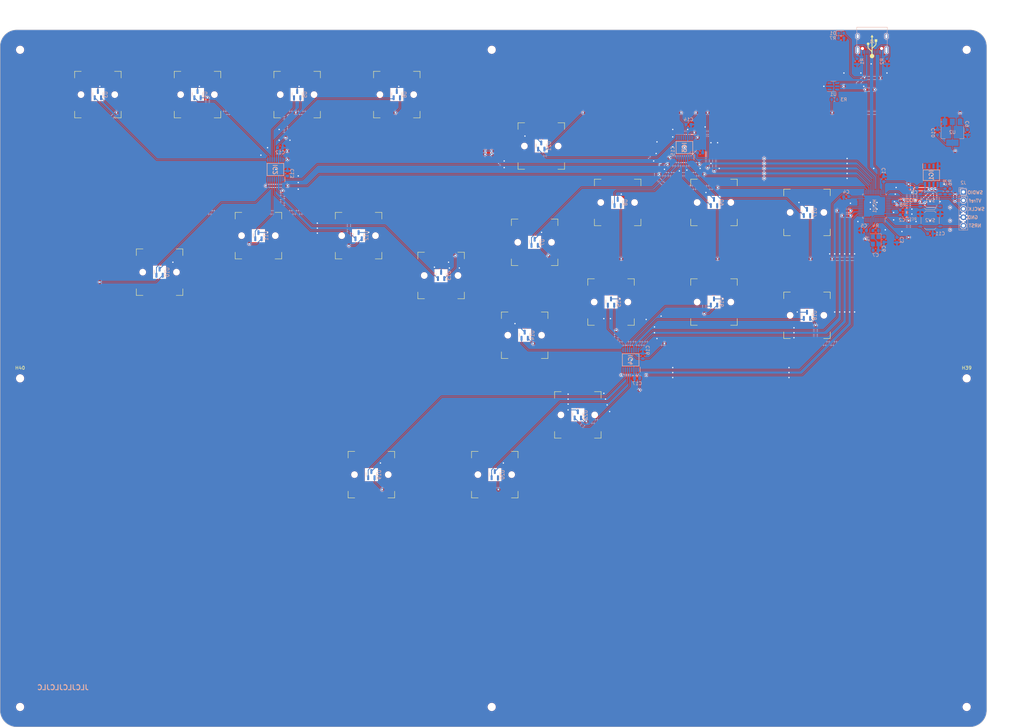
<source format=kicad_pcb>
(kicad_pcb (version 20241229) (generator "pcbnew") (generator_version "9.0")
  (layers (0 "F.Cu" signal) (2 "B.Cu" signal) (13 "F.Paste" user) (15 "B.Paste" user) (5 "F.SilkS" user "F.Silkscreen") (7 "B.SilkS" user "B.Silkscreen") (1 "F.Mask" user) (3 "B.Mask" user) (25 "Edge.Cuts" user))
  (net 0 "")
  (net 1 "MUX2_C")
  (net 2 "GND")
  (net 3 "MUX2_B")
  (net 4 "MUX2_A")
  (net 5 "ADC4")
  (net 6 "+3.3V")
  (net 7 "ADC1")
  (net 8 "ADC2")
  (net 9 "ADC3")
  (net 13 "RCC_OSC_IN")
  (net 14 "RCC_OSC_OUT")
  (net 15 "NRST")
  (net 16 "+5V")
  (net 20 "MUX1_C")
  (net 21 "MUX1_B")
  (net 22 "MUX1_A")
  (net 23 "SCL")
  (net 24 "SDA")
  (net 25 "USB_D+")
  (net 26 "USB_D-")
  (net 27 "SWDIO")
  (net 28 "SWCLK")
  (net 34 "Net-(D1-K)")
  (net 38 "Net-(J1-CC1)")
  (net 39 "BOOT")
  (net 41 "Net-(J1-CC2)")
  (net 44 "WC")
  (net 46 "Net-(C6-Pad1)")
  (net 49 "SENS_A_S1")
  (net 50 "SENS_A_S2")
  (net 51 "SENS_A_S3")
  (net 52 "SENS_A_S4")
  (net 53 "SENS_A_S8")
  (net 54 "SENS_A_S7")
  (net 55 "SENS_A_S6")
  (net 56 "SENS_A_S5")
  (net 57 "SENS_B_S1")
  (net 58 "SENS_B_S2")
  (net 59 "SENS_B_S3")
  (net 60 "SENS_B_S4")
  (net 61 "SENS_B_S8")
  (net 62 "SENS_B_S7")
  (net 63 "SENS_B_S6")
  (net 64 "SENS_B_S5")
  (net 65 "SENS_C_S4")
  (net 66 "SENS_C_S8")
  (net 67 "SENS_C_S6")
  (net 68 "SENS_C_S5")
  (net 72 "/OMAMP2_VOUT")
  (net 73 "/OMAMP3_VOUT")
  (net 74 "/OMAMP4_VOUT")
  (footprint "ember:MX-1U-NoPins" (layer "F.Cu") (at 161.76 164)
    (property "Reference" "H23")
    (property "Value" "KeySwitch" (hide yes))
  )
  (footprint "MountingHole:MountingHole_2.2mm_M2" (layer "F.Cu") (at 56 234)
    (property "Reference" "H3")
    (property "Value" "MountingHole")
  )
  (footprint "ember:MX-1U-NoPins" (layer "F.Cu") (at 139.42 49.5)
    (property "Reference" "H9")
    (property "Value" "KeySwitch" (hide yes))
  )
  (footprint "ember:MX-1U-NoPins" (layer "F.Cu") (at 223.92 146)
    (property "Reference" "H26")
    (property "Value" "KeySwitch" (hide yes))
  )
  (footprint "ember:MX-1U-NoPins" (layer "F.Cu") (at 109.42 49.5)
    (property "Reference" "H8")
    (property "Value" "KeySwitch" (hide yes))
  )
  (footprint "ember:MX-1U-NoPins" (layer "F.Cu") (at 182.76 104)
    (property "Reference" "H17")
    (property "Value" "KeySwitch" (hide yes))
  )
  (footprint "ember:MX-1U-NoPins" (layer "F.Cu") (at 212.92 65)
    (property "Reference" "H25")
    (property "Value" "KeySwitch" (hide yes))
  )
  (footprint "ember:MX-1U-NoPins" (layer "F.Cu") (at 127.76 92)
    (property "Reference" "H15")
    (property "Value" "KeySwitch" (hide yes))
  )
  (footprint "ember:usb_logo" (layer "F.Cu") (at 312.5 35 90)
    (property "Reference" "G***" (hide yes))
    (property "Value" "LOGO" (hide yes))
  )
  (footprint "ember:MX-1U-NoPins" (layer "F.Cu") (at 79.42 49.5)
    (property "Reference" "H7")
    (property "Value" "KeySwitch" (hide yes))
  )
  (footprint "ember:MX-1U-NoPins" (layer "F.Cu") (at 157.92 92)
    (property "Reference" "H16")
    (property "Value" "KeySwitch" (hide yes))
  )
  (footprint "MountingHole:MountingHole_2.2mm_M2" (layer "F.Cu") (at 56 36)
    (property "Reference" "H1")
    (property "Value" "MountingHole")
  )
  (footprint "ember:MX-1U-NoPins" (layer "F.Cu") (at 264.92 112)
    (property "Reference" "H20")
    (property "Value" "KeySwitch" (hide yes))
  )
  (footprint "MountingHole:MountingHole_2.2mm_M2" (layer "F.Cu") (at 56 135)
    (property "Reference" "H40")
    (property "Value" "MountingHole")
  )
  (footprint "MountingHole:MountingHole_2.2mm_M2" (layer "F.Cu") (at 341 36)
    (property "Reference" "H4")
    (property "Value" "MountingHole")
  )
  (footprint "ember:MX-1U-NoPins" (layer "F.Cu") (at 210.92 94)
    (property "Reference" "H11")
    (property "Value" "KeySwitch" (hide yes))
  )
  (footprint "MountingHole:MountingHole_2.2mm_M2" (layer "F.Cu") (at 341 135)
    (property "Reference" "H39")
    (property "Value" "MountingHole")
  )
  (footprint "ember:MX-1U-NoPins" (layer "F.Cu") (at 292.92 116)
    (property "Reference" "H22")
    (property "Value" "KeySwitch" (hide yes))
  )
  (footprint "ember:MX-1U-NoPins" (layer "F.Cu") (at 264.92 82)
    (property "Reference" "H13")
    (property "Value" "KeySwitch" (hide yes))
  )
  (footprint "ember:MX-1U-NoPins" (layer "F.Cu") (at 233.92 112)
    (property "Reference" "H19")
    (property "Value" "KeySwitch" (hide yes))
  )
  (footprint "MountingHole:MountingHole_2.2mm_M2" (layer "F.Cu") (at 341 234)
    (property "Reference" "H2")
    (property "Value" "MountingHole")
  )
  (footprint "ember:MX-1U-NoPins" (layer "F.Cu") (at 98 103)
    (property "Reference" "H14")
    (property "Value" "KeySwitch" (hide yes))
  )
  (footprint "ember:MX-1U-NoPins" (layer "F.Cu") (at 292.92 85)
    (property "Reference" "H21")
    (property "Value" "KeySwitch" (hide yes))
  )
  (footprint "ember:MX-1U-NoPins" (layer "F.Cu") (at 198.92 164)
    (property "Reference" "H24")
    (property "Value" "KeySwitch" (hide yes))
  )
  (footprint "MountingHole:MountingHole_2.2mm_M2" (layer "F.Cu") (at 198 234)
    (property "Reference" "H5")
    (property "Value" "MountingHole")
  )
  (footprint "ember:MX-1U-NoPins" (layer "F.Cu") (at 207.92 122)
    (property "Reference" "H18")
    (property "Value" "KeySwitch" (hide yes))
  )
  (footprint "ember:MX-1U-NoPins" (layer "F.Cu") (at 235.92 82)
    (property "Reference" "H12")
    (property "Value" "KeySwitch" (hide yes))
  )
  (footprint "MountingHole:MountingHole_2.2mm_M2" (layer "F.Cu") (at 198 36)
    (property "Reference" "H6")
    (property "Value" "MountingHole")
  )
  (footprint "ember:MX-1U-NoPins" (layer "F.Cu") (at 169.42 49.5)
    (property "Reference" "H10")
    (property "Value" "KeySwitch" (hide yes))
  )
  (footprint "Package_TO_SOT_SMD:SOT-223-3_TabPin2" (layer "B.Cu") (at 336.7 60.85 -90)
    (property "Reference" "U2")
    (property "Value" "AMS1117-3.3")
  )
  (footprint "Package_TO_SOT_SMD:SOT-23" (layer "B.Cu") (at 292.92 116 90)
    (property "Reference" "U18")
    (property "Value" "Hall_Sensor")
  )
  (footprint "Package_TO_SOT_SMD:SOT-23" (layer "B.Cu") (at 79.42 49.5 90)
    (property "Reference" "U3")
    (property "Value" "Hall_Sensor")
  )
  (footprint "Connector_PinSocket_2.54mm:PinSocket_1x05_P2.54mm_Vertical" (layer "B.Cu") (at 340 78.84 180)
    (property "Reference" "J2")
    (property "Value" "Conn_01x05_Socket")
  )
  (footprint "Resistor_SMD:R_0603_1608Metric" (layer "B.Cu") (at 308 39.5 -90)
    (property "Reference" "R1")
    (property "Value" "5.1k")
  )
  (footprint "Resistor_SMD:R_0603_1608Metric" (layer "B.Cu") (at 313.5875 90.4375 180)
    (property "Reference" "R4")
    (property "Value" "1k")
  )
  (footprint "Package_TO_SOT_SMD:SOT-23" (layer "B.Cu") (at 157.92 92 90)
    (property "Reference" "U12")
    (property "Value" "Hall_Sensor")
  )
  (footprint "Capacitor_SMD:C_0603_1608Metric" (layer "B.Cu") (at 321.775 85.75)
    (property "Reference" "C2")
    (property "Value" "100n")
  )
  (footprint "Capacitor_SMD:C_0603_1608Metric" (layer "B.Cu") (at 332.2 60.85 90)
    (property "Reference" "C10")
    (property "Value" "22u")
  )
  (footprint "Package_TO_SOT_SMD:SOT-23" (layer "B.Cu") (at 235.92 82 90)
    (property "Reference" "U8")
    (property "Value" "Hall_Sensor")
  )
  (footprint "Package_TO_SOT_SMD:SOT-23" (layer "B.Cu") (at 198.92 164 90)
    (property "Reference" "U20")
    (property "Value" "Hall_Sensor")
  )
  (footprint "Package_TO_SOT_SMD:SOT-23" (layer "B.Cu") (at 207.92 122 90)
    (property "Reference" "U14")
    (property "Value" "Hall_Sensor")
  )
  (footprint "Capacitor_SMD:C_0603_1608Metric" (layer "B.Cu") (at 243.5 128.275 90)
    (property "Reference" "C16")
    (property "Value" "100n")
  )
  (footprint "ember:SOP65P640X120-16N" (layer "B.Cu") (at 256.025 65.438 90)
    (property "Reference" "IC3")
    (property "Value" "ADG708BRUZ-REEL7" (hide yes))
  )
  (footprint "Resistor_SMD:R_0603_1608Metric" (layer "B.Cu") (at 301.175 51 180)
    (property "Reference" "R3")
    (property "Value" "1.5k")
  )
  (footprint "Package_TO_SOT_SMD:SOT-23" (layer "B.Cu") (at 264.92 82 90)
    (property "Reference" "U9")
    (property "Value" "Hall_Sensor")
  )
  (footprint "Capacitor_SMD:C_0603_1608Metric" (layer "B.Cu") (at 260.7375 67.0125)
    (property "Reference" "C15")
    (property "Value" "100n")
  )
  (footprint "Button_Switch_SMD:SW_Push_1P1T_XKB_TS-1187A" (layer "B.Cu") (at 330 87.375)
    (property "Reference" "SW2")
    (property "Value" "RESET")
  )
  (footprint "Package_QFP:LQFP-48_7x7mm_P0.5mm" (layer "B.Cu") (at 313.25 83.0875 90)
    (property "Reference" "MCU1")
    (property "Value" "STM32F303CBTx")
  )
  (footprint "ember:SOP65P640X120-16N" (layer "B.Cu") (at 132.875 72.062 90)
    (property "Reference" "IC2")
    (property "Value" "ADG708BRUZ-REEL7" (hide yes))
  )
  (footprint "Capacitor_SMD:C_0603_1608Metric" (layer "B.Cu") (at 325.225 77.5 180)
    (property "Reference" "C8")
    (property "Value" "100n")
  )
  (footprint "Resistor_SMD:R_0603_1608Metric" (layer "B.Cu") (at 334.5 78.675 90)
    (property "Reference" "R5")
    (property "Value" "10k")
  )
  (footprint "Button_Switch_SMD:SW_Push_1P1T_XKB_TS-1187A" (layer "B.Cu") (at 330 81.375)
    (property "Reference" "SW1")
    (property "Value" "BOOT")
  )
  (footprint "Capacitor_SMD:C_0603_1608Metric" (layer "B.Cu") (at 316.0875 93.1625 -90)
    (property "Reference" "C6")
    (property "Value" "10p")
  )
  (footprint "Package_TO_SOT_SMD:SOT-23" (layer "B.Cu") (at 264.92 112 90)
    (property "Reference" "U16")
    (property "Value" "Hall_Sensor")
  )
  (footprint "Capacitor_SMD:C_0603_1608Metric" (layer "B.Cu") (at 257.225 58.5)
    (property "Reference" "C14")
    (property "Value" "100n")
  )
  (footprint "Package_TO_SOT_SMD:SOT-23" (layer "B.Cu") (at 212.92 65 90)
    (property "Reference" "U21")
    (property "Value" "Hall_Sensor")
  )
  (footprint "Package_TO_SOT_SMD:SOT-23-6" (layer "B.Cu") (at 300.8625 47)
    (property "Reference" "U1")
    (property "Value" "SRV05-4")
  )
  (footprint "Capacitor_SMD:C_0603_1608Metric" (layer "B.Cu") (at 341.2 60.85 -90)
    (property "Reference" "C9")
    (property "Value" "10u")
  )
  (footprint "Crystal:Crystal_SMD_3225-4Pin_3.2x2.5mm" (layer "B.Cu") (at 313.5875 93.4375 -90)
    (property "Reference" "Y1")
    (property "Value" "16MHz")
  )
  (footprint "Resistor_SMD:R_0603_1608Metric" (layer "B.Cu") (at 336 78.675 90)
    (property "Reference" "R6")
    (property "Value" "10k")
  )
  (footprint "Package_TO_SOT_SMD:SOT-23" (layer "B.Cu") (at 233.92 112 90)
    (property "Reference" "U15")
    (property "Value" "Hall_Sensor")
  )
  (footprint "Capacitor_SMD:C_0603_1608Metric" (layer "B.Cu") (at 136.5 73.275 90)
    (property "Reference" "C13")
    (property "Value" "100n")
  )
  (footprint "Package_TO_SOT_SMD:SOT-23" (layer "B.Cu") (at 210.92 94 90)
    (property "Reference" "U7")
    (property "Value" "Hall_Sensor")
  )
  (footprint "Resistor_SMD:R_0603_1608Metric" (layer "B.Cu") (at 303.2125 32.5)
    (property "Reference" "R7")
    (property "Value" "470")
  )
  (footprint "Package_TO_SOT_SMD:SOT-23" (layer "B.Cu") (at 292.92 85 90)
    (property "Reference" "U17")
    (property "Value" "Hall_Sensor")
  )
  (footprint "Package_TO_SOT_SMD:SOT-23" (layer "B.Cu") (at 223.92 146 90)
    (property "Reference" "U22")
    (property "Value" "Hall_Sensor")
  )
  (footprint "Package_TO_SOT_SMD:SOT-23" (layer "B.Cu") (at 139.42 49.5 90)
    (property "Reference" "U5")
    (property "Value" "Hall_Sensor")
  )
  (footprint "Package_TO_SOT_SMD:SOT-23" (layer "B.Cu") (at 182.76 104 90)
    (property "Reference" "U13")
    (property "Value" "Hall_Sensor")
  )
  (footprint "Capacitor_SMD:C_0603_1608Metric" (layer "B.Cu") (at 304.725 80.25 180)
    (property "Reference" "C4")
    (property "Value" "100n")
  )
  (footprint "Package_TO_SOT_SMD:SOT-23" (layer "B.Cu") (at 127.76 92 90)
    (property "Reference" "U11")
    (property "Value" "Hall_Sensor")
  )
  (footprint "Package_TO_SOT_SMD:SOT-23" (layer "B.Cu") (at 169.42 49.5 90)
    (property "Reference" "U6")
    (property "Value" "Hall_Sensor")
  )
  (footprint "Package_TO_SOT_SMD:SOT-23" (layer "B.Cu") (at 161.76 164 90)
    (property "Reference" "U19")
    (property "Value" "Hall_Sensor")
  )
  (footprint "Capacitor_SMD:C_0603_1608Metric" (layer "B.Cu") (at 330 91.375)
    (property "Reference" "C11")
    (property "Value" "100n")
  )
  (footprint "Capacitor_SMD:C_0603_1608Metric" (layer "B.Cu") (at 310.0375 90.4375 180)
    (property "Reference" "C5")
    (property "Value" "10n")
  )
  (footprint "ember:SOIC127P600X175-8N" (layer "B.Cu") (at 330.365 73.788 -90)
    (property "Reference" "IC1")
    (property "Value" "M24C64-RMN6TP" (hide yes))
  )
  (footprint "Connector_USB:USB_C_Receptacle_XKB_U262-16XN-4BVC11" (layer "B.Cu") (at 312.5 33)
    (property "Reference" "J1")
    (property "Value" "USB_C_Receptacle_USB2.0")
  )
  (footprint "Capacitor_SMD:C_0603_1608Metric" (layer "B.Cu") (at 241.775 135 180)
    (property "Reference" "C17")
    (property "Value" "100n")
  )
  (footprint "Capacitor_SMD:C_0603_1608Metric" (layer "B.Cu") (at 313.5875 96.4375)
    (property "Reference" "C7")
    (property "Value" "10p")
  )
  (footprint "Capacitor_SMD:C_0603_1608Metric" (layer "B.Cu") (at 134.275 65.5)
    (property "Reference" "C12")
    (property "Value" "100n")
  )
  (footprint "Package_TO_SOT_SMD:SOT-23" (layer "B.Cu") (at 98 103 90)
    (property "Reference" "U10")
    (property "Value" "Hall_Sensor")
  )
  (footprint "Resistor_SMD:R_0603_1608Metric" (layer "B.Cu") (at 321.775 84.25)
    (property "Reference" "R8")
    (property "Value" "1k")
  )
  (footprint "Resistor_SMD:R_0603_1608Metric" (layer "B.Cu") (at 317 39.5 -90)
    (property "Reference" "R2")
    (property "Value" "5.1k")
  )
  (footprint "Capacitor_SMD:C_0603_1608Metric" (layer "B.Cu") (at 316 74.975 90)
    (property "Reference" "C1")
    (property "Value" "100n")
  )
  (footprint "Package_TO_SOT_SMD:SOT-23" (layer "B.Cu") (at 109.42 49.5 90)
    (property "Reference" "U4")
    (property "Value" "Hall_Sensor")
  )
  (footprint "Capacitor_SMD:C_0603_1608Metric" (layer "B.Cu") (at 320 93.275 -90)
    (property "Reference" "C3")
    (property "Value" "100n")
  )
  (footprint "LED_SMD:LED_0603_1608Metric" (layer "B.Cu") (at 303.2125 31)
    (property "Reference" "D1")
    (property "Value" "LED")
  )
  (footprint "ember:SOP65P640X120-16N" (layer "B.Cu") (at 239.825 129.438 90)
    (property "Reference" "IC4")
    (property "Value" "ADG708BRUZ-REEL7" (hide yes))
  )
  (gr_arc (start 342 30) (mid 345.535534 31.464466) (end 347 35) (stroke (width 0.1)) (layer "Edge.Cuts"))
  (gr_arc (start 347 235) (mid 345.535534 238.535534) (end 342 240) (stroke (width 0.1)) (layer "Edge.Cuts"))
  (gr_line (start 342 30) (end 55 30) (stroke (width 0.1)) (layer "Edge.Cuts"))
  (gr_line (start 50 235) (end 50 35) (stroke (width 0.1)) (layer "Edge.Cuts"))
  (gr_arc (start 55 240) (mid 51.464466 238.535534) (end 50 235) (stroke (width 0.1)) (layer "Edge.Cuts"))
  (gr_line (start 342 240) (end 55 240) (stroke (width 0.1)) (layer "Edge.Cuts"))
  (gr_line (start 347 235) (end 347 35) (stroke (width 0.1)) (layer "Edge.Cuts"))
  (gr_arc (start 50 35) (mid 51.464466 31.464466) (end 55 30) (stroke (width 0.1)) (layer "Edge.Cuts"))
  (gr_text "SWCLK" (at 346.5 84 0) (layer "B.SilkS") (effects (font (size 1 1) (thickness 0.2)) (justify left mirror)))
  (gr_text "GND" (at 344.5 86.5 0) (layer "B.SilkS") (effects (font (size 1 1) (thickness 0.2)) (justify left mirror)))
  (gr_text "JLCJLCJLCJLC" (at 61 229 0) (layer "B.SilkS") (effects (font (size 1.5 1.5) (thickness 0.3) (bold yes)) (justify right bottom mirror)))
  (gr_text "VTref" (at 345.5 81.5 0) (layer "B.SilkS") (effects (font (size 1 1) (thickness 0.2)) (justify left mirror)))
  (gr_text "NRST" (at 345.5 89 0) (layer "B.SilkS") (effects (font (size 1 1) (thickness 0.2)) (justify left mirror)))
  (gr_text "SWDIO" (at 346 79 0) (layer "B.SilkS") (effects (font (size 1 1) (thickness 0.2)) (justify left mirror)))
  (via (at 280 68.75) (size 0.8) (drill 0.4) (layers "F.Cu" "B.Cu") (net 0))
  (via (at 280 70.25) (size 0.8) (drill 0.4) (layers "F.Cu" "B.Cu") (net 0))
  (via (at 336 87.5) (size 0.8) (drill 0.4) (layers "F.Cu" "B.Cu") (net 0))
  (via (at 336 83.5) (size 0.8) (drill 0.4) (layers "F.Cu" "B.Cu") (net 0))
  (via (at 280 71.75) (size 0.8) (drill 0.4) (layers "F.Cu" "B.Cu") (net 0))
  (via (at 256 65.5) (size 0.8) (drill 0.4) (layers "F.Cu" "B.Cu") (net 0))
  (via (at 336 90.25) (size 0.8) (drill 0.4) (layers "F.Cu" "B.Cu") (net 0))
  (via (at 280 74.75) (size 0.8) (drill 0.4) (layers "F.Cu" "B.Cu") (net 0))
  (via (at 280 73.25) (size 0.8) (drill 0.4) (layers "F.Cu" "B.Cu") (net 0))
  (segment (start 252.25 61) (end 259 61) (width 0.8) (layer "F.Cu") (net 1))
  (segment (start 199.75 66.5) (end 201.75 68.5) (width 0.8) (layer "F.Cu") (net 1))
  (segment (start 259 61) (end 265 61) (width 0.8) (layer "F.Cu") (net 1))
  (segment (start 198 66.5) (end 199.75 66.5) (width 0.8) (layer "F.Cu") (net 1))
  (segment (start 244.75 68.5) (end 252.25 61) (width 0.8) (layer "F.Cu") (net 1))
  (segment (start 201.75 68.5) (end 244.75 68.5) (width 0.8) (layer "F.Cu") (net 1))
  (segment (start 136.5 66.5) (end 196 66.5) (width 0.8) (layer "F.Cu") (net 1))
  (segment (start 265 72.5) (end 265 61) (width 0.8) (layer "F.Cu") (net 1))
  (via (at 259 61) (size 0.8) (drill 0.4) (layers "F.Cu" "B.Cu") (net 1))
  (via (at 198 66.5) (size 0.8) (drill 0.4) (layers "F.Cu" "B.Cu") (net 1))
  (via (at 265 72.5) (size 0.8) (drill 0.4) (layers "F.Cu" "B.Cu") (net 1))
  (via (at 136.5 66.5) (size 0.8) (drill 0.4) (layers "F.Cu" "B.Cu") (net 1))
  (via (at 196 66.5) (size 0.8) (drill 0.4) (layers "F.Cu" "B.Cu") (net 1))
  (segment (start 257.65 61.35) (end 257.65 62.5) (width 0.25) (layer "B.Cu") (net 1))
  (segment (start 265 72.5) (end 308 72.5) (width 0.25) (layer "B.Cu") (net 1))
  (segment (start 134.5 68) (end 134.5 69.124) (width 0.25) (layer "B.Cu") (net 1))
  (segment (start 136.5 66.5) (end 136 66.5) (width 0.25) (layer "B.Cu") (net 1))
  (segment (start 308 72.5) (end 312 76.5) (width 0.25) (layer "B.Cu") (net 1))
  (segment (start 258 61) (end 257.65 61.35) (width 0.25) (layer "B.Cu") (net 1))
  (segment (start 312 76.5) (end 312 78.925) (width 0.25) (layer "B.Cu") (net 1))
  (segment (start 259 61) (end 258 61) (width 0.25) (layer "B.Cu") (net 1))
  (segment (start 136 66.5) (end 134.5 68) (width 0.25) (layer "B.Cu") (net 1))
  (segment (start 196 66.5) (end 198 66.5) (width 0.25) (layer "B.Cu") (net 1))
  (segment (start 238.5 81) (end 238.5 91) (width 0.8) (layer "F.Cu") (net 2))
  (segment (start 161 100) (end 130.5 100) (width 0.8) (layer "F.Cu") (net 2))
  (segment (start 236.5 111) (end 236.5 118.5) (width 0.8) (layer "F.Cu") (net 2))
  (segment (start 185 100) (end 197 100) (width 0.8) (layer "F.Cu") (net 2))
  (segment (start 267.5 118.5) (end 236.5 118.5) (width 0.8) (layer "F.Cu") (net 2))
  (segment (start 290 117.5) (end 289 118.5) (width 0.8) (layer "F.Cu") (net 2))
  (segment (start 324.5 79) (end 324.5 84) (width 0.8) (layer "F.Cu") (net 2))
  (segment (start 205 118.5) (end 197 118.5) (width 0.8) (layer "F.Cu") (net 2))
  (segment (start 285 91) (end 290.5 85.5) (width 0.8) (layer "F.Cu") (net 2))
  (segment (start 257 47) (end 298 47) (width 0.8) (layer "F.Cu") (net 2))
  (segment (start 236.5 118.5) (end 205 118.5) (width 0.8) (layer "F.Cu") (net 2))
  (segment (start 237 79.5) (end 238.5 81) (width 0.8) (layer "F.Cu") (net 2))
  (segment (start 290 115) (end 290 117.5) (width 0.8) (layer "F.Cu") (net 2))
  (segment (start 197 47) (end 197 62) (width 0.8) (layer "F.Cu") (net 2))
  (segment (start 289 118.5) (end 267.5 118.5) (width 0.8) (layer "F.Cu") (net 2))
  (segment (start 298 43) (end 298 47) (width 0.8) (layer "F.Cu") (net 2))
  (segment (start 180.5 144.5) (end 164.5 160.5) (width 0.8) (layer "F.Cu") (net 2))
  (segment (start 130.5 100) (end 102 100) (width 0.8) (layer "F.Cu") (net 2))
  (segment (start 197 47) (end 257 47) (width 0.8) (layer "F.Cu") (net 2))
  (segment (start 185 100) (end 161 100) (width 0.8) (layer "F.Cu") (net 2))
  (segment (start 130.5 91) (end 130.5 100) (width 0.8) (layer "F.Cu") (net 2))
  (segment (start 197 62) (end 197 91) (width 0.8) (layer "F.Cu") (net 2))
  (segment (start 197 156) (end 197 144.5) (width 0.8) (layer "F.Cu") (net 2))
  (segment (start 170 47) (end 197 47) (width 0.8) (layer "F.Cu") (net 2))
  (segment (start 201.5 160.5) (end 197 156) (width 0.8) (layer "F.Cu") (net 2))
  (segment (start 267.5 111) (end 267.5 118.5) (width 0.8) (layer "F.Cu") (net 2))
  (segment (start 309.15 43) (end 317 43) (width 0.8) (layer "F.Cu") (net 2))
  (segment (start 140 47) (end 170 47) (width 0.8) (layer "F.Cu") (net 2))
  (segment (start 304.0375 43) (end 309.15 43) (width 0.8) (layer "F.Cu") (net 2))
  (segment (start 238.5 91) (end 262.5 91) (width 0.8) (layer "F.Cu") (net 2))
  (segment (start 110 47) (end 140 47) (width 0.8) (layer "F.Cu") (net 2))
  (segment (start 262.5 91) (end 285 91) (width 0.8) (layer "F.Cu") (net 2))
  (segment (start 213 91) (end 197 91) (width 0.8) (layer "F.Cu") (net 2))
  (segment (start 304.0375 43) (end 298 43) (width 0.8) (layer "F.Cu") (net 2))
  (segment (start 161 91) (end 161 100) (width 0.8) (layer "F.Cu") (net 2))
  (segment (start 213 91) (end 238.5 91) (width 0.8) (layer "F.Cu") (net 2))
  (segment (start 197 91) (end 197 100) (width 0.8) (layer "F.Cu") (net 2))
  (segment (start 257 60) (end 257 47) (width 0.8) (layer "F.Cu") (net 2))
  (segment (start 197 144.5) (end 221 144.5) (width 0.8) (layer "F.Cu") (net 2))
  (segment (start 197 144.5) (end 197 118.5) (width 0.8) (layer "F.Cu") (net 2))
  (segment (start 197 100) (end 197 118.5) (width 0.8) (layer "F.Cu") (net 2))
  (segment (start 197 144.5) (end 180.5 144.5) (width 0.8) (layer "F.Cu") (net 2))
  (segment (start 110 47) (end 80 47) (width 0.8) (layer "F.Cu") (net 2))
  (segment (start 208 62) (end 197 62) (width 0.8) (layer "F.Cu") (net 2))
  (segment (start 290.5 85.5) (end 290.5 82) (width 0.8) (layer "F.Cu") (net 2))
  (segment (start 324.5 84) (end 324.5 85.5) (width 0.8) (layer "F.Cu") (net 2))
  (segment (start 262.5 79) (end 262.5 91) (width 0.8) (layer "F.Cu") (net 2))
  (via (at 250 72) (size 0.8) (drill 0.4) (layers "F.Cu" "B.Cu") (net 2))
  (via (at 185.25 101.75) (size 0.8) (drill 0.4) (layers "F.Cu" "B.Cu") (net 2))
  (via (at 319 85) (size 0.8) (drill 0.4) (layers "F.Cu" "B.Cu") (net 2))
  (via (at 161 91) (size 0.8) (drill 0.4) (layers "F.Cu" "B.Cu") (net 2))
  (via (at 267.5 111) (size 0.8) (drill 0.4) (layers "F.Cu" "B.Cu") (net 2))
  (via (at 305 70.25) (size 0.8) (drill 0.4) (layers "F.Cu" "B.Cu") (net 2))
  (via (at 333 81.75) (size 0.8) (drill 0.4) (layers "F.Cu" "B.Cu") (net 2))
  (via (at 305 68.75) (size 0.8) (drill 0.4) (layers "F.Cu" "B.Cu") (net 2))
  (via (at 321.5 90.75) (size 0.8) (drill 0.4) (layers "F.Cu" "B.Cu") (net 2))
  (via (at 330 81.75) (size 0.8) (drill 0.4) (layers "F.Cu" "B.Cu") (net 2))
  (via (at 287.5 134.75) (size 0.8) (drill 0.4) (layers "F.Cu" "B.Cu") (net 2))
  (via (at 304.25 97.5) (size 0.8) (drill 0.4) (layers "F.Cu" "B.Cu") (net 2))
  (via (at 102 100) (size 0.8) (drill 0.4) (layers "F.Cu" "B.Cu") (net 2))
  (via (at 240 129.5) (size 0.8) (drill 0.4) (layers "F.Cu" "B.Cu") (net 2))
  (via (at 221 144.5) (size 0.8) (drill 0.4) (layers "F.Cu" "B.Cu") (net 2))
  (via (at 289 121.25) (size 0.8) (drill 0.4) (layers "F.Cu" "B.Cu") (net 2))
  (via (at 201.5 160.5) (size 0.8) (drill 0.4) (layers "F.Cu" "B.Cu") (net 2))
  (via (at 205 118.5) (size 0.8) (drill 0.4) (layers "F.Cu" "B.Cu") (net 2))
  (via (at 262.5 79) (size 0.8) (drill 0.4) (layers "F.Cu" "B.Cu") (net 2))
  (via (at 289 122.75) (size 0.8) (drill 0.4) (layers "F.Cu" "B.Cu") (net 2))
  (via (at 299.75 97.5) (size 0.8) (drill 0.4) (layers "F.Cu" "B.Cu") (net 2))
  (via (at 139.75 76) (size 0.8) (drill 0.4) (layers "F.Cu" "B.Cu") (net 2))
  (via (at 319.25 81.75) (size 0.8) (drill 0.4) (layers "F.Cu" "B.Cu") (net 2))
  (via (at 145.490457 88.231794) (size 0.8) (drill 0.4) (layers "F.Cu" "B.Cu") (net 2))
  (via (at 201.75 71.5) (size 0.8) (drill 0.4) (layers "F.Cu" "B.Cu") (net 2))
  (via (at 301.25 97.5) (size 0.8) (drill 0.4) (layers "F.Cu" "B.Cu") (net 2))
  (via (at 305 74.75) (size 0.8) (drill 0.4) (layers "F.Cu" "B.Cu") (net 2))
  (via (at 139.75 74) (size 0.8) (drill 0.4) (layers "F.Cu" "B.Cu") (net 2))
  (via (at 314 84) (size 0.8) (drill 0.4) (layers "F.Cu" "B.Cu") (net 2))
  (via (at 266 64) (size 0.8) (drill 0.4) (layers "F.Cu" "B.Cu") (net 2))
  (via (at 247.5 67.25) (size 0.8) (drill 0.4) (layers "F.Cu" "B.Cu") (net 2))
  (via (at 246.75 69.5) (size 0.8) (drill 0.4) (layers "F.Cu" "B.Cu") (net 2))
  (via (at 306 82.25) (size 0.8) (drill 0.4) (layers "F.Cu" "B.Cu") (net 2))
  (via (at 324.5 79) (size 0.8) (drill 0.4) (layers "F.Cu" "B.Cu") (net 2))
  (via (at 247 121.25) (size 0.8) (drill 0.4) (layers "F.Cu" "B.Cu") (net 2))
  (via (at 185 100) (size 0.8) (drill 0.4) (layers "F.Cu" "B.Cu") (net 2))
  (via (at 252.5 134.75) (size 0.8) (drill 0.4) (layers "F.Cu" "B.Cu") (net 2))
  (via (at 312.25 40.25) (size 0.8) (drill 0.4) (layers "F.Cu" "B.Cu") (net 2))
  (via (at 133 72) (size 0.8) (drill 0.4) (layers "F.Cu" "B.Cu") (net 2))
  (via (at 252.5 60) (size 0.8) (drill 0.4) (layers "F.Cu" "B.Cu") (net 2))
  (via (at 164.5 160.5) (size 0.8) (drill 0.4) (layers "F.Cu" "B.Cu") (net 2))
  (via (at 237 79.5) (size 0.8) (drill 0.4) (layers "F.Cu" "B.Cu") (net 2))
  (via (at 314 82) (size 0.8) (drill 0.4) (layers "F.Cu" "B.Cu") (net 2))
  (via (at 247 119.5) (size 0.8) (drill 0.4) (layers "F.Cu" "B.Cu") (net 2))
  (via (at 290.5 82) (size 0.8) (drill 0.4) (layers "F.Cu" "B.Cu") (net 2))
  (via (at 330.5 74) (size 0.8) (drill 0.4) (layers "F.Cu" "B.Cu") (net 2))
  (via (at 252.5 131.75) (size 0.8) (drill 0.4) (layers "F.Cu" "B.Cu") (net 2))
  (via (at 313 71.75) (size 0.8) (drill 0.4) (layers "F.Cu" "B.Cu") (net 2))
  (via (at 305 71.75) (size 0.8) (drill 0.4) (layers "F.Cu" "B.Cu") (net 2))
  (via (at 305.75 97.5) (size 0.8) (drill 0.4) (layers "F.Cu" "B.Cu") (net 2))
  (via (at 221 141.25) (size 0.8) (drill 0.4) (layers "F.Cu" "B.Cu") (net 2))
  (via (at 256.75 72.25) (size 0.8) (drill 0.4) (layers "F.Cu" "B.Cu") (net 2))
  (via (at 130.5 65.5) (size 0.8) (drill 0.4) (layers "F.Cu" "B.Cu") (net 2))
  (via (at 304.0375 43) (size 0.8) (drill 0.4) (layers "F.Cu" "B.Cu") (net 2))
  (via (at 319.75 77.5) (size 0.8) (drill 0.4) (layers "F.Cu" "B.Cu") (net 2))
  (via (at 289 119.75) (size 0.8) (drill 0.4) (layers "F.Cu" "B.Cu") (net 2))
  (via (at 221 139.75) (size 0.8) (drill 0.4) (layers "F.Cu" "B.Cu") (net 2))
  (via (at 264 70.25) (size 0.8) (drill 0.4) (layers "F.Cu" "B.Cu") (net 2))
  (via (at 145.5 91.25) (size 0.8) (drill 0.4) (layers "F.Cu" "B.Cu") (net 2))
  (via (at 307.25 115) (size 0.8) (drill 0.4) (layers "F.Cu" "B.Cu") (net 2))
  (via (at 232.75 143) (size 0.8) (drill 0.4) (layers "F.Cu" "B.Cu") (net 2))
  (via (at 213 91) (size 0.8) (drill 0.4) (layers "F.Cu" "B.Cu") (net 2))
  (via (at 312 82) (size 0.8) (drill 0.4) (layers "F.Cu" "B.Cu") (net 2))
  (via (at 312 84) (size 0.8) (drill 0.4) (layers "F.Cu" "B.Cu") (net 2))
  (via (at 324.5 84) (size 0.8) (drill 0.4) (layers "F.Cu" "B.Cu") (net 2))
  (via (at 257 60) (size 0.8) (drill 0.4) (layers "F.Cu" "B.Cu") (net 2))
  (via (at 313 83) (size 0.8) (drill 0.4) (layers "F.Cu" "B.Cu") (net 2))
  (via (at 260.75 71.75) (size 0.8) (drill 0.4) (layers "F.Cu" "B.Cu") (net 2))
  (via (at 139.75 78) (size 0.8) (drill 0.4) (layers "F.Cu" "B.Cu") (net 2))
  (via (at 308.25 87.75) (size 0.8) (drill 0.4) (layers "F.Cu" "B.Cu") (net 2))
  (via (at 252.5 62.25) (size 0.8) (drill 0.4) (layers "F.Cu" "B.Cu") (net 2))
  (via (at 319 87.25) (size 0.8) (drill 0.4) (layers "F.Cu" "B.Cu") (net 2))
  (via (at 188.25 101.75) (size 0.8) (drill 0.4) (layers "F.Cu" "B.Cu") (net 2))
  (via (at 287.5 131.75) (size 0.8) (drill 0.4) (layers "F.Cu" "B.Cu") (net 2))
  (via (at 302.75 97.5) (size 0.8) (drill 0.4) (layers "F.Cu" "B.Cu") (net 2))
  (via (at 287.5 133.25) (size 0.8) (drill 0.4) (layers "F.Cu" "B.Cu") (net 2))
  (via (at 319.5 79.5) (size 0.8) (drill 0.4) (layers "F.Cu" "B.Cu") (net 2))
  (via (at 309.15 43) (size 0.8) (drill 0.4) (layers "F.Cu" "B.Cu") (net 2))
  (via (at 128.5 67.75) (size 0.8) (drill 0.4) (layers "F.Cu" "B.Cu") (net 2))
  (via (at 249 116.25) (size 0.8) (drill 0.4) (layers "F.Cu" "B.Cu") (net 2))
  (via (at 305 73.25) (size 0.8) (drill 0.4) (layers "F.Cu" "B.Cu") (net 2))
  (via (at 233.75 117) (size 0.8) (drill 0.4) (layers "F.Cu" "B.Cu") (net 2))
  (via (at 231.75 117) (size 0.8) (drill 0.4) (layers "F.Cu" "B.Cu") (net 2))
  (via (at 252.5 65.25) (size 0.8) (drill 0.4) (layers "F.Cu" "B.Cu") (net 2))
  (via (at 134 60) (size 0.8) (drill 0.4) (layers "F.Cu" "B.Cu") (net 2))
  (via (at 330 87.5) (size 0.8) (drill 0.4) (layers "F.Cu" "B.Cu") (net 2))
  (via (at 317 43) (size 0.8) (drill 0.4) (layers "F.Cu" "B.Cu") (net 2))
  (via (at 310 47) (size 0.8) (drill 0.4) (layers "F.Cu" "B.Cu") (net 2))
  (via (at 236.5 111) (size 0.8) (drill 0.4) (layers "F.Cu" "B.Cu") (net 2))
  (via (at 170 47) (size 0.8) (drill 0.4) (layers "F.Cu" "B.Cu") (net 2))
  (via (at 233.5 145) (size 0.8) (drill 0.4) (layers "F.Cu" "B.Cu") (net 2))
  (via (at 307.25 97.5) (size 0.8) (drill 0.4) (layers "F.Cu" "B.Cu") (net 2))
  (via (at 231.75 139.5) (size 0.8) (drill 0.4) (layers "F.Cu" "B.Cu") (net 2))
  (via (at 262.25 59.25) (size 0.8) (drill 0.4) (layers "F.Cu" "B.Cu") (net 2))
  (via (at 254.5 72.5) (size 0.8) (drill 0.4) (layers "F.Cu" "B.Cu") (net 2))
  (via (at 298 47) (size 0.8) (drill 0.4) (layers "F.Cu" "B.Cu") (net 2))
  (via (at 252.5 133.25) (size 0.8) (drill 0.4) (layers "F.Cu" "B.Cu") (net 2))
  (via (at 134 63.25) (size 0.8) (drill 0.4) (layers "F.Cu" "B.Cu") (net 2))
  (via (at 247.75 63.75) (size 0.8) (drill 0.4) (layers "F.Cu" "B.Cu") (net 2))
  (via (at 232.25 141.25) (size 0.8) (drill 0.4) (layers "F.Cu" "B.Cu") (net 2))
  (via (at 244.5 117.25) (size 0.8) (drill 0.4) (layers "F.Cu" "B.Cu") (net 2))
  (via (at 247.75 123) (size 0.8) (drill 0.4) (layers "F.Cu" "B.Cu") (net 2))
  (via (at 208 62) (size 0.8) (drill 0.4) (layers "F.Cu" "B.Cu") (net 2))
  (via (at 80 47) (size 0.8) (drill 0.4) (layers "F.Cu" "B.Cu") (net 2))
  (via (at 334.25 76.5) (size 0.8) (drill 0.4) (layers "F.Cu" "B.Cu") (net 2))
  (via (at 130.5 91) (size 0.8) (drill 0.4) (layers "F.Cu" "B.Cu") (net 2))
  (via (at 266.5 71.75) (size 0.8) (drill 0.4) (layers "F.Cu" "B.Cu") (net 2))
  (via (at 305.75 115) (size 0.8) (drill 0.4) (layers "F.Cu" "B.Cu") (net 2))
  (via (at 180.75 101.5) (size 0.8) (drill 0.4) (layers "F.Cu" "B.Cu") (net 2))
  (via (at 324.5 85.5) (size 0.8) (drill 0.4) (layers "F.Cu" "B.Cu") (net 2))
  (via (at 325.75 87.75) (size 0.8) (drill 0.4) (layers "F.Cu" "B.Cu") (net 2))
  (via (at 302.75 115) (size 0.8) (drill 0.4) (layers "F.Cu" "B.Cu") (net 2))
  (via (at 264 64) (size 0.8) (drill 0.4) (layers "F.Cu" "B.Cu") (net 2))
  (via (at 304.25 115) (size 0.8) (drill 0.4) (layers "F.Cu" "B.Cu") (net 2))
  (via (at 316.5 90.25) (size 0.8) (drill 0.4) (layers "F.Cu" "B.Cu") (net 2))
  (via (at 201.75 69.5) (size 0.8) (drill 0.4) (layers "F.Cu" "B.Cu") (net 2))
  (via (at 137.25 63.25) (size 0.8) (drill 0.4) (layers "F.Cu" "B.Cu") (net 2))
  (via (at 140 47) (size 0.8) (drill 0.4) (layers "F.Cu" "B.Cu") (net 2))
  (via (at 290 115) (size 0.8) (drill 0.4) (layers "F.Cu" "B.Cu") (net 2))
  (via (at 301.25 115) (size 0.8) (drill 0.4) (layers "F.Cu" "B.Cu") (net 2))
  (via (at 221 142.75) (size 0.8) (drill 0.4) (layers "F.Cu" "B.Cu") (net 2))
  (via (at 145.5 89.75) (size 0.8) (drill 0.4) (layers "F.Cu" "B.Cu") (net 2))
  (via (at 110 47) (size 0.8) (drill 0.4) (layers "F.Cu" "B.Cu") (net 2))
  (segment (start 161 91) (end 160.9375 91.0625) (width 0.25) (layer "B.Cu") (net 2))
  (segment (start 318.6625 85.3375) (end 319 85) (width 0.25) (layer "B.Cu") (net 2))
  (segment (start 309.15 41.475) (end 308 40.325) (width 0.25) (layer "B.Cu") (net 2))
  (segment (start 342 53.5) (end 342 60.7) (width 0.25) (layer "B.Cu") (net 2))
  (segment (start 334.4 57.875) (end 332.2 60.075) (width 0.25) (layer "B.Cu") (net 2))
  (segment (start 314.3625 94.6125) (end 314.4375 94.5375) (width 0.25) (layer "B.Cu") (net 2))
  (segment (start 322.6 85.7) (end 322.55 85.75) (width 0.25) (layer "B.Cu") (net 2))
  (segment (start 210.8575 62) (end 212.92 64.0625) (width 0.25) (layer "B.Cu") (net 2))
  (segment (start 257 62.5) (end 257 68.376) (width 0.25) (layer "B.Cu") (net 2))
  (segment (start 109.42 47.58) (end 110 47) (width 0.25) (layer "B.Cu") (net 2))
  (segment (start 290.8575 82) (end 290.5 82) (width 0.25) (layer "B.Cu") (net 2))
  (segment (start 182.76 103.0625) (end 182.76 102.24) (width 0.25) (layer "B.Cu") (net 2))
  (segment (start 237 79.5) (end 236 79.5) (width 0.25) (layer "B.Cu") (net 2))
  (segment (start 315.85 39.175) (end 317 40.325) (width 0.25) (layer "B.Cu") (net 2))
  (segment (start 133.85 75) (end 133.85 74.0125) (width 0.25) (layer "B.Cu") (net 2))
  (segment (start 109.42 48.5625) (end 109.42 47.58) (width 0.25) (layer "B.Cu") (net 2))
  (segment (start 322.6 84.25) (end 324.25 84.25) (width 0.25) (layer "B.Cu") (net 2))
  (segment (start 316 74.2) (end 315.199 75.001) (width 0.25) (layer "B.Cu") (net 2))
  (segment (start 333 85.5) (end 339.04 85.5) (width 0.25) (layer "B.Cu") (net 2))
  (segment (start 314.4375 94.1375) (end 314.4375 94.5375) (width 0.25) (layer "B.Cu") (net 2))
  (segment (start 341.2 61.625) (end 341.325 61.625) (width 0.25) (layer "B.Cu") (net 2))
  (segment (start 79.42 47.58) (end 80 47) (width 0.25) (layer "B.Cu") (net 2))
  (segment (start 139.42 48.5625) (end 139.42 47.58) (width 0.25) (layer "B.Cu") (net 2))
  (segment (start 319.95 94) (end 316.15 94) (width 0.25) (layer "B.Cu") (net 2))
  (segment (start 309.15 43) (end 309.15 41.475) (width 0.25) (layer "B.Cu") (net 2))
  (segment (start 236 79.5) (end 235.92 79.58) (width 0.25) (layer "B.Cu") (net 2))
  (segment (start 223.92 145.0625) (end 223.3575 144.5) (width 0.25) (layer "B.Cu") (net 2))
  (segment (start 315.5 78.118322) (end 315.5 78.925) (width 0.25) (layer "B.Cu") (net 2))
  (segment (start 169.42 48.5625) (end 169.42 47.58) (width 0.25) (layer "B.Cu") (net 2))
  (segment (start 342 62.3) (end 342 84.46) (width 0.25) (layer "B.Cu") (net 2))
  (segment (start 342 88.46) (end 340 86.46) (width 0.25) (layer "B.Cu") (net 2))
  (segment (start 324.25 84.25) (end 324.5 84) (width 0.25) (layer "B.Cu") (net 2))
  (segment (start 299.725 47) (end 298 47) (width 0.25) (layer "B.Cu") (net 2))
  (segment (start 304.0375 32.5) (end 304.0375 43) (width 0.25) (layer "B.Cu") (net 2))
  (segment (start 342 84.46) (end 340 86.46) (width 0.25) (layer "B.Cu") (net 2))
  (segment (start 324.5 79) (end 324.5 77.55) (width 0.25) (layer "B.Cu") (net 2))
  (segment (start 139.42 47.58) (end 140 47) (width 0.25) (layer "B.Cu") (net 2))
  (segment (start 324.5 85.5) (end 327 85.5) (width 0.25) (layer "B.Cu") (net 2))
  (segment (start 315.4875 94.5375) (end 316.0875 93.9375) (width 0.25) (layer "B.Cu") (net 2))
  (segment (start 133.85 69.124) (end 133.85 66.7) (width 0.25) (layer "B.Cu") (net 2))
  (segment (start 341.2 61.5) (end 342 60.7) (width 0.25) (layer "B.Cu") (net 2))
  (segment (start 135.3625 72.5) (end 136.5 72.5) (width 0.25) (layer "B.Cu") (net 2))
  (segment (start 257 62.5) (end 257 60) (width 0.25) (layer "B.Cu") (net 2))
  (segment (start 257.5 60) (end 258 59.5) (width 0.25) (layer "B.Cu") (net 2))
  (segment (start 315.199 75.001) (end 315.199 77.817322) (width 0.25) (layer "B.Cu") (net 2))
  (segment (start 243.4365 127.5635) (end 243.5 127.5) (width 0.25) (layer "B.Cu") (net 2))
  (segment (start 342 89.5) (end 342 88.46) (width 0.25) (layer "B.Cu") (net 2))
  (segment (start 312.7375 92.4375) (end 314.4375 94.1375) (width 0.25) (layer "B.Cu") (net 2))
  (segment (start 240.8 132.376) (end 240.8 133.3) (width 0.25) (layer "B.Cu") (net 2))
  (segment (start 334.4 57.7) (end 334.4 55.6) (width 0.25) (layer "B.Cu") (net 2))
  (segment (start 324.5 77.5) (end 324.45 77.5) (width 0.25) (layer "B.Cu") (net 2))
  (segment (start 198.92 163.0625) (end 201.4825 160.5) (width 0.25) (layer "B.Cu") (net 2))
  (segment (start 322.8 85.5) (end 322.55 85.75) (width 0.25) (layer "B.Cu") (net 2))
  (segment (start 330.775 91.375) (end 340.125 91.375) (width 0.25) (layer "B.Cu") (net 2))
  (segment (start 210.92 93.0625) (end 212.9825 91) (width 0.25) (layer "B.Cu") (net 2))
  (segment (start 261.4875 66.9875) (end 261.5125 67.0125) (width 0.25) (layer "B.Cu") (net 2))
  (segment (start 304.751 81.051) (end 307.8355 81.051) (width 0.25) (layer "B.Cu") (net 2))
  (segment (start 133.85 66.7) (end 135.05 65.5) (width 0.25) (layer "B.Cu") (net 2))
  (segment (start 324.5 77.55) (end 324.45 77.5) (width 0.25) (layer "B.Cu") (net 2))
  (segment (start 312.5 86.305512) (end 313.468012 85.3375) (width 0.25) (layer "B.Cu") (net 2))
  (segment (start 240.8 125.2) (end 246.5 119.5) (width 0.25) (layer "B.Cu") (net 2))
  (segment (start 257 60) (end 257.5 60) (width 0.25) (layer "B.Cu") (net 2))
  (segment (start 213 91) (end 212.9825 91) (width 0.25) (layer "B.Cu") (net 2))
  (segment (start 341.2 61.625) (end 341.2 61.5) (width 0.25) (layer "B.Cu") (net 2))
  (segment (start 133.85 74.0125) (end 135.3625 72.5) (width 0.25) (layer "B.Cu") (net 2))
  (segment (start 320 94.05) (end 319.95 94) (width 0.25) (layer "B.Cu") (net 2))
  (segment (start 315.55 36.67) (end 315.85 36.67) (width 0.25) (layer "B.Cu") (net 2))
  (segment (start 292.92 115.0625) (end 290.0625 115.0625) (width 0.25) (layer "B.Cu") (net 2))
  (segment (start 292.92 84.0625) (end 290.8575 82) (width 0.25) (layer "B.Cu") (net 2))
  (segment (start 257 60) (end 261.5 60) (width 0.25) (layer "B.Cu") (net 2))
  (segment (start 223.3575 144.5) (end 221 144.5) (width 0.25) (layer "B.Cu") (net 2))
  (segment (start 240.8 126.5) (end 240.8 125.2) (width 0.25) (layer "B.Cu") (net 2))
  (segment (start 334.4 55.6) (end 336.5 53.5) (width 0.25) (layer "B.Cu") (net 2))
  (segment (start 100.0625 100) (end 102 100) (width 0.25) (layer "B.Cu") (net 2))
  (segment (start 309.2625 90.4375) (end 309.2625 94.147966) (width 0.25) (layer "B.Cu") (net 2))
  (segment (start 316.15 94) (end 316.0875 93.9375) (width 0.25) (layer "B.Cu") (net 2))
  (segment (start 240.8 126.5) (end 240.8 127.4875) (width 0.25) (layer "B.Cu") (net 2))
  (segment (start 267.4375 111.0625) (end 267.5 111) (width 0.25) (layer "B.Cu") (net 2))
  (segment (start 205.3575 118.5) (end 205 118.5) (width 0.25) (layer "B.Cu") (net 2))
  (segment (start 240.876 127.5635) (end 243.4365 127.5635) (width 0.25) (layer "B.Cu") (net 2))
  (segment (start 340.125 91.375) (end 342 89.5) (width 0.25) (layer "B.Cu") (net 2))
  (segment (start 341.325 61.625) (end 342 62.3) (width 0.25) (layer "B.Cu") (net 2))
  (segment (start 315.199 77.817322) (end 315.5 78.118322) (width 0.25) (layer "B.Cu") (net 2))
  (segment (start 240.8 133.3) (end 241 133.5) (width 0.25) (layer "B.Cu") (net 2))
  (segment (start 207.92 121.0625) (end 205.3575 118.5) (width 0.25) (layer "B.Cu") (net 2))
  (segment (start 342 53.5) (end 342 46) (width 0.25) (layer "B.Cu") (net 2))
  (segment (start 339.04 85.5) (end 340 86.46) (width 0.25) (layer "B.Cu") (net 2))
  (segment (start 308.049 80.8375) (end 309.0875 80.8375) (width 0.25) (layer "B.Cu") (net 2))
  (segment (start 182.76 102.24) (end 185 100) (width 0.25) (layer "B.Cu") (net 2))
  (segment (start 307.8355 81.051) (end 308.049 80.8375) (width 0.25) (layer "B.Cu") (net 2))
  (segment (start 327 85.5) (end 333 85.5) (width 0.25) (layer "B.Cu") (net 2))
  (segment (start 312.552034 97.4375) (end 313.3625 97.4375) (width 0.25) (layer "B.Cu") (net 2))
  (segment (start 315.85 36.67) (end 315.85 39.175) (width 0.25) (layer "B.Cu") (net 2))
  (segment (start 339 43) (end 317 43) (width 0.25) (layer "B.Cu") (net 2))
  (segment (start 317 43) (end 317 40.325) (width 0.25) (layer "B.Cu") (net 2))
  (segment (start 320 94.05) (end 320 94.175) (width 0.25) (layer "B.Cu") (net 2))
  (segment (start 161.76 163.0625) (end 164.3225 160.5) (width 0.25) (layer "B.Cu") (net 2))
  (segment (start 262.5 79) (end 262.8575 79) (width 0.25) (layer "B.Cu") (net 2))
  (segment (start 130.4375 91.0625) (end 130.5 91) (width 0.25) (layer "B.Cu") (net 2))
  (segment (start 314.4375 94.5375) (end 315.4875 94.5375) (width 0.25) (layer "B.Cu") (net 2))
  (segment (start 235.92 79.58) (end 235.92 81.0625) (width 0.25) (layer "B.Cu") (net 2))
  (segment (start 98 102.0625) (end 100.0625 100) (width 0.25) (layer "B.Cu") (net 2))
  (segment (start 240.8 127.4875) (end 240.876 127.5635) (width 0.25) (layer "B.Cu") (net 2))
  (segment (start 313.468012 85.3375) (end 317.4125 85.3375) (width 0.25) (layer "B.Cu") (net 2))
  (segment (start 312.7375 92.3375) (end 312.7375 92.4375) (width 0.25) (layer "B.Cu") (net 2))
  (segment (start 258 59.5) (end 258 58.5) (width 0.25) (layer "B.Cu") (net 2))
  (segment (start 127.76 91.0625) (end 130.4375 91.0625) (width 0.25) (layer "B.Cu") (net 2))
  (segment (start 309.2625 94.147966) (end 312.552034 97.4375) (width 0.25) (layer "B.Cu") (net 2))
  (segment (start 241 133.5) (end 241 135) (width 0.25) (layer "B.Cu") (net 2))
  (segment (start 309.45 36.67) (end 309.15 36.67) (width 0.25) (layer "B.Cu") (net 2))
  (segment (start 324.25 85.75) (end 324.5 85.5) (width 0.25) (layer "B.Cu") (net 2))
  (segment (start 164.3225 160.5) (end 164.5 160.5) (width 0.25) (layer "B.Cu") (net 2))
  (segment (start 334.4 57.7) (end 334.4 57.875) (width 0.25) (layer "B.Cu") (net 2))
  (segment (start 261.5125 60.0125) (end 261.5125 67.0125) (width 0.25) (layer "B.Cu") (net 2))
  (segment (start 201.4825 160.5) (end 201.5 160.5) (width 0.25) (layer "B.Cu") (net 2))
  (segment (start 314.3625 96.4375) (end 314.3625 94.6125) (width 0.25) (layer "B.Cu") (net 2))
  (segment (start 317.4125 85.3375) (end 318.6625 85.3375) (width 0.25) (layer "B.Cu") (net 2))
  (segment (start 261.5 60) (end 261.5125 60.0125) (width 0.25) (layer "B.Cu") (net 2))
  (segment (start 336.5 53.5) (end 342 53.5) (width 0.25) (layer "B.Cu") (net 2))
  (segment (start 303.95 80.25) (end 304.751 81.051) (width 0.25) (layer "B.Cu") (net 2))
  (segment (start 236.4375 111.0625) (end 236.5 111) (width 0.25) (layer "B.Cu") (net 2))
  (segment (start 264.92 111.0625) (end 267.4375 111.0625) (width 0.25) (layer "B.Cu") (net 2))
  (segment (start 264.92 81.0625) (end 262.8575 79) (width 0.25) (layer "B.Cu") (net 2))
  (segment (start 322.55 85.75) (end 324.25 85.75) (width 0.25) (layer "B.Cu") (net 2))
  (segment (start 309.15 36.67) (end 309.15 41.475) (width 0.25) (layer "B.Cu") (net 2))
  (segment (start 342 46) (end 339 43) (width 0.25) (layer "B.Cu") (net 2))
  (segment (start 313.3625 97.4375) (end 314.3625 96.4375) (width 0.25) (layer "B.Cu") (net 2))
  (segment (start 208 62) (end 210.8575 62) (width 0.25) (layer "B.Cu") (net 2))
  (segment (start 79.42 48.5625) (end 79.42 47.58) (width 0.25) (layer "B.Cu") (net 2))
  (segment (start 233.92 111.0625) (end 236.4375 111.0625) (width 0.25) (layer "B.Cu") (net 2))
  (segment (start 246.5 119.5) (end 247 119.5) (width 0.25) (layer "B.Cu") (net 2))
  (segment (start 312.5 87.25) (end 312.5 86.305512) (width 0.25) (layer "B.Cu") (net 2))
  (segment (start 322.6 84.25) (end 322.6 85.7) (width 0.25) (layer "B.Cu") (net 2))
  (segment (start 157.92 91.0625) (end 160.9375 91.0625) (width 0.25) (layer "B.Cu") (net 2))
  (segment (start 290.0625 115.0625) (end 290 115) (width 0.25) (layer "B.Cu") (net 2))
  (segment (start 169.42 47.58) (end 170 47) (width 0.25) (layer "B.Cu") (net 2))
  (segment (start 247.86219 70.5) (end 201 70.5) (width 0.8) (layer "F.Cu") (net 3))
  (segment (start 263 71.5) (end 263 62.5) (width 0.8) (layer "F.Cu") (net 3))
  (segment (start 196 67.5) (end 138 67.5) (width 0.8) (layer "F.Cu") (net 3))
  (segment (start 138 67.5) (end 136.5 69) (width 0.8) (layer "F.Cu") (net 3))
  (segment (start 260 62.5) (end 260 65.25) (width 0.8) (layer "F.Cu") (net 3))
  (segment (start 260 65.25) (end 257.75 67.5) (width 0.8) (layer "F.Cu") (net 3))
  (segment (start 250.86219 67.5) (end 247.86219 70.5) (width 0.25) (layer "F.Cu") (net 3))
  (segment (start 198 67.5) (end 201 70.5) (width 0.8) (layer "F.Cu") (net 3))
  (segment (start 257.75 67.5) (end 250.86219 67.5) (width 0.8) (layer "F.Cu") (net 3))
  (segment (start 260 62.5) (end 263 62.5) (width 0.8) (layer "F.Cu") (net 3))
  (via (at 136.5 69) (size 0.8) (drill 0.4) (layers "F.Cu" "B.Cu") (net 3))
  (via (at 198 67.5) (size 0.8) (drill 0.4) (layers "F.Cu" "B.Cu") (net 3))
  (via (at 263 71.5) (size 0.8) (drill 0.4) (layers "F.Cu" "B.Cu") (net 3))
  (via (at 196 67.5) (size 0.8) (drill 0.4) (layers "F.Cu" "B.Cu") (net 3))
  (via (at 260 62.5) (size 0.8) (drill 0.4) (layers "F.Cu" "B.Cu") (net 3))
  (segment (start 312.5 75.5) (end 312.5 78.925) (width 0.25) (layer "B.Cu") (net 3))
  (segment (start 263.5 71) (end 308 71) (width 0.25) (layer "B.Cu") (net 3))
  (segment (start 263 71.5) (end 263.5 71) (width 0.25) (layer "B.Cu") (net 3))
  (segment (start 136.5 69) (end 135.274 69) (width 0.25) (layer "B.Cu") (net 3))
  (segment (start 135.274 69) (end 135.15 69.124) (width 0.25) (layer "B.Cu") (net 3))
  (segment (start 258.3 62.5) (end 260 62.5) (width 0.25) (layer "B.Cu") (net 3))
  (segment (start 308 71) (end 312.5 75.5) (width 0.25) (layer "B.Cu") (net 3))
  (segment (start 198 67.5) (end 196 67.5) (width 0.25) (layer "B.Cu") (net 3))
  (segment (start 260.5 70.5) (end 251 70.5) (width 0.8) (layer "F.Cu") (net 4))
  (via (at 251 70.5) (size 0.8) (drill 0.4) (layers "F.Cu" "B.Cu") (net 4))
  (via (at 260.5 70.5) (size 0.8) (drill 0.4) (layers "F.Cu" "B.Cu") (net 4))
  (segment (start 251 70.5) (end 145.5 70.5) (width 0.25) (layer "B.Cu") (net 4))
  (segment (start 308 69.5) (end 313 74.5) (width 0.25) (layer "B.Cu") (net 4))
  (segment (start 261.5 69.5) (end 308 69.5) (width 0.25) (layer "B.Cu") (net 4))
  (segment (start 260.424 70.5) (end 260.5 70.5) (width 0.25) (layer "B.Cu") (net 4))
  (segment (start 258.3 68.376) (end 260.424 70.5) (width 0.25) (layer "B.Cu") (net 4))
  (segment (start 260.5 70.5) (end 261.5 69.5) (width 0.25) (layer "B.Cu") (net 4))
  (segment (start 145.5 70.5) (end 141 75) (width 0.25) (layer "B.Cu") (net 4))
  (segment (start 141 75) (end 135.15 75) (width 0.25) (layer "B.Cu") (net 4))
  (segment (start 313 74.5) (end 313 78.925) (width 0.25) (layer "B.Cu") (net 4))
  (segment (start 262 73.5) (end 248.5 73.5) (width 0.8) (layer "F.Cu") (net 5))
  (segment (start 130 77) (end 136.5 77) (width 0.8) (layer "F.Cu") (net 5))
  (via (at 136.5 77) (size 0.8) (drill 0.4) (layers "F.Cu" "B.Cu") (net 5))
  (via (at 130 77) (size 0.8) (drill 0.4) (layers "F.Cu" "B.Cu") (net 5))
  (via (at 262 73.5) (size 0.8) (drill 0.4) (layers "F.Cu" "B.Cu") (net 5))
  (via (at 248.5 73.5) (size 0.8) (drill 0.4) (layers "F.Cu" "B.Cu") (net 5))
  (segment (start 311.5 78.925) (end 311.5 77.5) (width 0.25) (layer "B.Cu") (net 5))
  (segment (start 262.5 74) (end 262 73.5) (width 0.25) (layer "B.Cu") (net 5))
  (segment (start 130.6 75) (end 130.6 76.4) (width 0.25) (layer "B.Cu") (net 5))
  (segment (start 308 74) (end 262.5 74) (width 0.25) (layer "B.Cu") (net 5))
  (segment (start 311.5 77.5) (end 308 74) (width 0.25) (layer "B.Cu") (net 5))
  (segment (start 130 77) (end 130.6 76.4) (width 0.25) (layer "B.Cu") (net 5))
  (segment (start 146 73.5) (end 142.5 77) (width 0.25) (layer "B.Cu") (net 5))
  (segment (start 142.5 77) (end 136.5 77) (width 0.25) (layer "B.Cu") (net 5))
  (segment (start 248.5 73.5) (end 146 73.5) (width 0.25) (layer "B.Cu") (net 5))
  (segment (start 112.4375 50.4375) (end 112.4375 54.9375) (width 0.8) (layer "F.Cu") (net 6))
  (segment (start 80 85) (end 125 85) (width 0.8) (layer "F.Cu") (net 6))
  (segment (start 136 62.5) (end 136 55) (width 0.8) (layer "F.Cu") (net 6))
  (segment (start 323.5 87.5) (end 323.5 76.5) (width 0.8) (layer "F.Cu") (net 6))
  (segment (start 235.5 120.5) (end 235.5 124.5) (width 0.8) (layer "F.Cu") (net 6))
  (segment (start 323.5 200) (end 323.5 99) (width 0.8) (layer "F.Cu") (net 6))
  (segment (start 235.5 124.5) (end 295.5 124.5) (width 0.8) (layer "F.Cu") (net 6))
  (segment (start 255 55) (end 225.5 55) (width 0.8) (layer "F.Cu") (net 6))
  (segment (start 262 115.5) (end 262 99) (width 0.8) (layer "F.Cu") (net 6))
  (segment (start 226.5 148) (end 233 148) (width 0.8) (layer "F.Cu") (net 6))
  (segment (start 262 99) (end 310.5 99) (width 0.8) (layer "F.Cu") (net 6))
  (segment (start 323.5 99) (end 323.5 92.5) (width 0.8) (layer "F.Cu") (net 6))
  (segment (start 169 55) (end 139 55) (width 0.8) (layer "F.Cu") (net 6))
  (segment (start 139 55) (end 136 55) (width 0.8) (layer "F.Cu") (net 6))
  (segment (start 210.46625 124.53375) (end 210.5 124.5) (width 0.25) (layer "F.Cu") (net 6))
  (segment (start 215 98) (end 216 99) (width 0.8) (layer "F.Cu") (net 6))
  (segment (start 112.4375 54.9375) (end 112.5 55) (width 0.25) (layer "F.Cu") (net 6))
  (segment (start 200 168.5) (end 206 168.5) (width 0.8) (layer "F.Cu") (net 6))
  (segment (start 155 85) (end 174 85) (width 0.8) (layer "F.Cu") (net 6))
  (segment (start 310.5 93) (end 310.5 99) (width 0.8) (layer "F.Cu") (net 6))
  (segment (start 300.5 55) (end 259.5 55) (width 0.8) (layer "F.Cu") (net 6))
  (segment (start 200 205) (end 318.5 205) (width 0.8) (layer "F.Cu") (net 6))
  (segment (start 317 55) (end 300.5 55) (width 0.8) (layer "F.Cu") (net 6))
  (segment (start 318.5 205) (end 323.5 200) (width 0.8) (layer "F.Cu") (net 6))
  (segment (start 80 60) (end 80 85) (width 0.8) (layer "F.Cu") (net 6))
  (segment (start 112.5 55) (end 85 55) (width 0.8) (layer "F.Cu") (net 6))
  (segment (start 323.5 76.5) (end 323.5 61.5) (width 0.8) (layer "F.Cu") (net 6))
  (segment (start 210.5 124.5) (end 235.5 124.5) (width 0.8) (layer "F.Cu") (net 6))
  (segment (start 136 55) (end 112.5 55) (width 0.8) (layer "F.Cu") (net 6))
  (segment (start 323.5 61.5) (end 317 55) (width 0.8) (layer "F.Cu") (net 6))
  (segment (start 85 55) (end 80 60) (width 0.8) (layer "F.Cu") (net 6))
  (segment (start 216 99) (end 262 99) (width 0.8) (layer "F.Cu") (net 6))
  (segment (start 233 148) (end 242.5 138.5) (width 0.8) (layer "F.Cu") (net 6))
  (segment (start 323.5 87.5) (end 323.5 92.5) (width 0.8) (layer "F.Cu") (net 6))
  (segment (start 337.5 66.5) (end 337.5 79.5) (width 0.8) (layer "F.Cu") (net 6))
  (segment (start 85 205) (end 200 205) (width 0.8) (layer "F.Cu") (net 6))
  (segment (start 310.5 99) (end 323.5 99) (width 0.8) (layer "F.Cu") (net 6))
  (segment (start 155 95) (end 155 85) (width 0.8) (layer "F.Cu") (net 6))
  (segment (start 125 94.5) (end 125 85) (width 0.8) (layer "F.Cu") (net 6))
  (segment (start 295.5 119) (end 295.5 124.5) (width 0.8) (layer "F.Cu") (net 6))
  (segment (start 80 85) (end 80 200) (width 0.8) (layer "F.Cu") (net 6))
  (segment (start 125 85) (end 135 85) (width 0.8) (layer "F.Cu") (net 6))
  (segment (start 200 168.5) (end 200 205) (width 0.8) (layer "F.Cu") (net 6))
  (segment (start 135 85) (end 155 85) (width 0.8) (layer "F.Cu") (net 6))
  (segment (start 135 78.5) (end 135 85) (width 0.8) (layer "F.Cu") (net 6))
  (segment (start 165 168.5) (end 200 168.5) (width 0.8) (layer "F.Cu") (net 6))
  (segment (start 295.5 124.5) (end 323.5 124.5) (width 0.8) (layer "F.Cu") (net 6))
  (segment (start 80 200) (end 85 205) (width 0.8) (layer "F.Cu") (net 6))
  (segment (start 174 85) (end 187 98) (width 0.8) (layer "F.Cu") (net 6))
  (segment (start 206 168.5) (end 226.5 148) (width 0.8) (layer "F.Cu") (net 6))
  (segment (start 337.5 79.5) (end 337.5 81.5) (width 0.8) (layer "F.Cu") (net 6))
  (via (at 337.5 66.5) (size 0.8) (drill 0.4) (layers "F.Cu" "B.Cu") (net 6))
  (via (at 295.5 119) (size 0.8) (drill 0.4) (layers "F.Cu" "B.Cu") (net 6))
  (via (at 226.5 148) (size 0.8) (drill 0.4) (layers "F.Cu" "B.Cu") (net 6))
  (via (at 259.5 55) (size 0.8) (drill 0.4) (layers "F.Cu" "B.Cu") (net 6))
  (via (at 235.5 120.5) (size 0.8) (drill 0.4) (layers "F.Cu" "B.Cu") (net 6))
  (via (at 125 94.5) (size 0.8) (drill 0.4) (layers "F.Cu" "B.Cu") (net 6))
  (via (at 85 55) (size 0.8) (drill 0.4) (layers "F.Cu" "B.Cu") (net 6))
  (via (at 139 55) (size 0.8) (drill 0.4) (layers "F.Cu" "B.Cu") (net 6))
  (via (at 263 55) (size 0.8) (drill 0.4) (layers "F.Cu" "B.Cu") (net 6))
  (via (at 266 99) (size 0.8) (drill 0.4) (layers "F.Cu" "B.Cu") (net 6))
  (via (at 242.5 138.5) (size 0.8) (drill 0.4) (layers "F.Cu" "B.Cu") (net 6))
  (via (at 294 99) (size 0.8) (drill 0.4) (layers "F.Cu" "B.Cu") (net 6))
  (via (at 323.5 87.5) (size 0.8) (drill 0.4) (layers "F.Cu" "B.Cu") (net 6))
  (via (at 210.46625 124.53375) (size 0.8) (drill 0.4) (layers "F.Cu" "B.Cu") (net 6))
  (via (at 169 55) (size 0.8) (drill 0.4) (layers "F.Cu" "B.Cu") (net 6))
  (via (at 187 98) (size 0.8) (drill 0.4) (layers "F.Cu" "B.Cu") (net 6))
  (via (at 135 78.5) (size 0.8) (drill 0.4) (layers "F.Cu" "B.Cu") (net 6))
  (via (at 337.5 81.5) (size 0.8) (drill 0.4) (layers "F.Cu" "B.Cu") (net 6))
  (via (at 300.5 55) (size 0.8) (drill 0.4) (layers "F.Cu" "B.Cu") (net 6))
  (via (at 225.5 55) (size 0.8) (drill 0.4) (layers "F.Cu" "B.Cu") (net 6))
  (via (at 323.5 92.5) (size 0.8) (drill 0.4) (layers "F.Cu" "B.Cu") (net 6))
  (via (at 155 95) (size 0.8) (drill 0.4) (layers "F.Cu" "B.Cu") (net 6))
  (via (at 255 55) (size 0.8) (drill 0.4) (layers "F.Cu" "B.Cu") (net 6))
  (via (at 300.5 99) (size 0.8) (drill 0.4) (layers "F.Cu" "B.Cu") (net 6))
  (via (at 136 62.5) (size 0.8) (drill 0.4) (layers "F.Cu" "B.Cu") (net 6))
  (via (at 215 98) (size 0.8) (drill 0.4) (layers "F.Cu" "B.Cu") (net 6))
  (via (at 337.5 79.5) (size 0.8) (drill 0.4) (layers "F.Cu" "B.Cu") (net 6))
  (via (at 80 106) (size 0.8) (drill 0.4) (layers "F.Cu" "B.Cu") (net 6))
  (via (at 112.4375 50.4375) (size 0.8) (drill 0.4) (layers "F.Cu" "B.Cu") (net 6))
  (via (at 310.5 93) (size 0.8) (drill 0.4) (layers "F.Cu" "B.Cu") (net 6))
  (via (at 237 99) (size 0.8) (drill 0.4) (layers "F.Cu" "B.Cu") (net 6))
  (via (at 165 168.5) (size 0.8) (drill 0.4) (layers "F.Cu" "B.Cu") (net 6))
  (via (at 262 115.5) (size 0.8) (drill 0.4) (layers "F.Cu" "B.Cu") (net 6))
  (via (at 323.5 76.5) (size 0.8) (drill 0.4) (layers "F.Cu" "B.Cu") (net 6))
  (via (at 250 124.5) (size 0.8) (drill 0.4) (layers "F.Cu" "B.Cu") (net 6))
  (via (at 200 168.5) (size 0.8) (drill 0.4) (layers "F.Cu" "B.Cu") (net 6))
  (segment (start 336.7 65.7) (end 336.7 64) (width 0.25) (layer "B.Cu") (net 6))
  (segment (start 133.5 65) (end 136 62.5) (width 0.25) (layer "B.Cu") (net 6))
  (segment (start 133.5 65.5) (end 133.5 65) (width 0.25) (layer "B.Cu") (net 6))
  (segment (start 306 80.25) (end 306.0875 80.3375) (width 0.25) (layer "B.Cu") (net 6))
  (segment (start 134.576 73.9365) (end 134.5 74.0125) (width 0.25) (layer "B.Cu") (net 6))
  (segment (start 265.87 98.87) (end 266 99) (width 0.25) (layer "B.Cu") (net 6))
  (segment (start 258.026 67.0125) (end 259.9625 67.0125) (width 0.25) (layer "B.Cu") (net 6))
  (segment (start 323.5 76.5) (end 323 76.5) (width 0.25) (layer "B.Cu") (net 6))
  (segment (start 257.65 68.376) (end 257.65 67.3885) (width 0.25) (layer "B.Cu") (net 6))
  (segment (start 321 85.75) (end 322.75 87.5) (width 0.25) (layer "B.Cu") (net 6))
  (segment (start 245.45 129.05) (end 250 124.5) (width 0.25) (layer "B.Cu") (net 6))
  (segment (start 334.5 79.5) (end 333 79.5) (width 0.25) (layer "B.Cu") (net 6))
  (segment (start 300.35 54.85) (end 300.5 55) (width 0.25) (layer "B.Cu") (net 6))
  (segment (start 259.9625 68.4625) (end 260 68.5) (width 0.25) (layer "B.Cu") (net 6))
  (segment (start 293.87 116.9375) (end 295.5 118.5675) (width 0.25) (layer "B.Cu") (net 6))
  (segment (start 320 92.5) (end 323.5 92.5) (width 0.25) (layer "B.Cu") (net 6))
  (segment (start 240.15 127.4875) (end 241.7125 129.05) (width 0.25) (layer "B.Cu") (net 6))
  (segment (start 322.25 75.75) (end 316 75.75) (width 0.25) (layer "B.Cu") (net 6))
  (segment (start 134.5 75) (end 134.5 78) (width 0.25) (layer "B.Cu") (net 6))
  (segment (start 234.87 112.9375) (end 234.87 119.87) (width 0.25) (layer "B.Cu") (net 6))
  (segment (start 305.5 80.25) (end 304.699 79.449) (width 0.25) (layer "B.Cu") (net 6))
  (segment (start 336 79.5) (end 337.5 79.5) (width 0.25) (layer "B.Cu") (net 6))
  (segment (start 211.87 94.9375) (end 214.9325 98) (width 0.25) (layer "B.Cu") (net 6))
  (segment (start 241.7125 129.05) (end 243.5 129.05) (width 0.25) (layer "B.Cu") (net 6))
  (segment (start 332.2 62.2) (end 334.5 64.5) (width 0.25) (layer "B.Cu") (net 6))
  (segment (start 316 87.25) (end 316 88) (width 0.25) (layer "B.Cu") (net 6))
  (segment (start 321 85.75) (end 320.9125 85.8375) (width 0.25) (layer "B.Cu") (net 6))
  (segment (start 214.5625 65.9375) (end 225.5 55) (width 0.25) (layer "B.Cu") (net 6))
  (segment (start 300.5 82.439534) (end 300.5 99) (width 0.25) (layer "B.Cu") (net 6))
  (segment (start 140.37 53.63) (end 140.37 50.4375) (width 0.25) (layer "B.Cu") (net 6))
  (segment (start 242.55 134.4635) (end 242.55 135) (width 0.25) (layer "B.Cu") (net 6))
  (segment (start 165 168.5) (end 162.71 166.21) (width 0.25) (layer "B.Cu") (net 6))
  (segment (start 265.87 112.9375) (end 263.3075 115.5) (width 0.25) (layer "B.Cu") (net 6))
  (segment (start 256.274 58.676) (end 256.274 62.424) (width 0.25) (layer "B.Cu") (net 6))
  (segment (start 256.45 58.5) (end 256.274 58.676) (width 0.25) (layer "B.Cu") (net 6))
  (segment (start 293.87 98.87) (end 294 99) (width 0.25) (layer "B.Cu") (net 6))
  (segment (start 293.87 85.9375) (end 293.87 98.87) (width 0.25) (layer "B.Cu") (net 6))
  (segment (start 242.55 135) (end 242.55 138.45) (width 0.25) (layer "B.Cu") (net 6))
  (segment (start 170.37 53.63) (end 169 55) (width 0.25) (layer "B.Cu") (net 6))
  (segment (start 320 92) (end 320 92.5) (width 0.25) (layer "B.Cu") (net 6))
  (segment (start 242.55 138.45) (end 242.5 138.5) (width 0.25) (layer "B.Cu") (net 6))
  (segment (start 187 101.6475) (end 187 98) (width 0.25) (layer "B.Cu") (net 6))
  (segment (start 243.5 129.05) (end 245.45 129.05) (width 0.25) (layer "B.Cu") (net 6))
  (segment (start 263 68.5) (end 263 55) (width 0.25) (layer "B.Cu") (net 6))
  (segment (start 133.2 65.8) (end 133.5 65.5) (width 0.25) (layer "B.Cu") (net 6))
  (segment (start 328.46 76.5) (end 327 76.5) (width 0.25) (layer "B.Cu") (net 6))
  (segment (start 80.37 50.4375) (end 84.9325 55) (width 0.25) (layer "B.Cu") (net 6))
  (segment (start 170.37 50.4375) (end 170.37 53.63) (width 0.25) (layer "B.Cu") (net 6))
  (segment (start 127.1475 94.5) (end 125 94.5) (width 0.25) (layer "B.Cu") (net 6))
  (segment (start 265.87 82.9375) (end 265.87 98.87) (width 0.25) (layer "B.Cu") (net 6))
  (segment (start 305.5 80.25) (end 306 80.25) (width 0.25) (layer "B.Cu") (net 6))
  (segment (start 327 79.5) (end 333 79.5) (width 0.25) (layer "B.Cu") (net 6))
  (segment (start 134.5 74.0125) (end 134.5 75) (width 0.25) (layer "B.Cu") (net 6))
  (segment (start 234.87 119.87) (end 235.5 120.5) (width 0.25) (layer "B.Cu") (net 6))
  (segment (start 199.87 164.9375) (end 199.87 168.37) (width 0.25) (layer "B.Cu") (net 6))
  (segment (start 162.71 166.21) (end 162.71 164.9375) (width 0.25) (layer "B.Cu") (net 6))
  (segment (start 336.2 64.5) (end 336.7 64) (width 0.25) (layer "B.Cu") (net 6))
  (segment (start 340 81.38) (end 337.62 81.38) (width 0.25) (layer "B.Cu") (net 6))
  (segment (start 304.699 79.449) (end 303.490534 79.449) (width 0.25) (layer "B.Cu") (net 6))
  (segment (start 328.46 78.04) (end 327 79.5) (width 0.25) (layer "B.Cu") (net 6))
  (segment (start 225.9325 148) (end 226.5 148) (width 0.25) (layer "B.Cu") (net 6))
  (segment (start 316 75.75) (end 316 78.925) (width 0.25) (layer "B.Cu") (net 6))
  (segment (start 316 88) (end 320 92) (width 0.25) (layer "B.Cu") (net 6))
  (segment (start 96.8875 106) (end 80 106) (width 0.25) (layer "B.Cu") (net 6))
  (segment (start 322.75 87.5) (end 323.5 87.5) (width 0.25) (layer "B.Cu") (net 6))
  (segment (start 256.274 62.424) (end 256.35 62.5) (width 0.25) (layer "B.Cu") (net 6))
  (segment (start 224.87 146.9375) (end 225.9325 148) (width 0.25) (layer "B.Cu") (net 6))
  (segment (start 84.9325 55) (end 85 55) (width 0.25) (layer "B.Cu") (net 6))
  (segment (start 323 76.5) (end 322.25 75.75) (width 0.25) (layer "B.Cu") (net 6))
  (segment (start 158.87 92.9375) (end 156.8075 95) (width 0.25) (layer "B.Cu") (net 6))
  (segment (start 257.65 67.3885) (end 258.026 67.0125) (width 0.25) (layer "B.Cu") (net 6))
  (segment (start 327 76.5) (end 326 77.5) (width 0.25) (layer "B.Cu") (net 6))
  (segment (start 210.46625 124.53375) (end 208.87 122.9375) (width 0.25) (layer "B.Cu") (net 6))
  (segment (start 156.8075 95) (end 155 95) (width 0.25) (layer "B.Cu") (net 6))
  (segment (start 241.45 133.3635) (end 242.55 134.4635) (width 0.25) (layer "B.Cu") (net 6))
  (segment (start 310.8125 89.9625) (end 312 88.775) (width 0.25) (layer "B.Cu") (net 6))
  (segment (start 136.5 74.05) (end 136.3865 73.9365) (width 0.25) (layer "B.Cu") (net 6))
  (segment (start 326 77.5) (end 325 76.5) (width 0.25) (layer "B.Cu") (net 6))
  (segment (start 213.87 65.9375) (end 214.5625 65.9375) (width 0.25) (layer "B.Cu") (net 6))
  (segment (start 256.45 58.5) (end 255 57.05) (width 0.25) (layer "B.Cu") (net 6))
  (segment (start 295.5 118.5675) (end 295.5 119) (width 0.25) (layer "B.Cu") (net 6))
  (segment (start 136.3865 73.9365) (end 134.576 73.9365) (width 0.25) (layer "B.Cu") (net 6))
  (segment (start 300.35 51) (end 300.35 54.85) (width 0.25) (layer "B.Cu") (net 6))
  (segment (start 259.9625 67.0125) (end 259.9625 68.4625) (width 0.25) (layer "B.Cu") (net 6))
  (segment (start 310.8125 90.4375) (end 310.8125 89.9625) (width 0.25) (layer "B.Cu") (net 6))
  (segment (start 332.2 61.625) (end 332.2 62.2) (width 0.25) (layer "B.Cu") (net 6))
  (segment (start 241.45 132.376) (end 241.45 133.3635) (width 0.25) (layer "B.Cu") (net 6))
  (segment (start 240.15 126.5) (end 240.15 127.4875) (width 0.25) (layer "B.Cu") (net 6))
  (segment (start 306.0875 80.3375) (end 309.0875 80.3375) (width 0.25) (layer "B.Cu") (net 6))
  (segment (start 98.95 103.9375) (end 96.8875 106) (width 0.25) (layer "B.Cu") (net 6))
  (segment (start 256.5 58.5) (end 259.5 55.5) (width 0.25) (layer "B.Cu") (net 6))
  (segment (start 310.8125 90.4375) (end 310.8125 92.6875) (width 0.25) (layer "B.Cu") (net 6))
  (segment (start 236.87 82.9375) (end 236.87 98.87) (width 0.25) (layer "B.Cu") (net 6))
  (segment (start 337.62 81.38) (end 337.5 81.5) (width 0.25) (layer "B.Cu") (net 6))
  (segment (start 310.8125 92.6875) (end 310.5 93) (width 0.25) (layer "B.Cu") (net 6))
  (segment (start 215 98) (end 214.9325 98) (width 0.25) (layer "B.Cu") (net 6))
  (segment (start 328.46 76.5) (end 328.46 78.04) (width 0.25) (layer "B.Cu") (net 6))
  (segment (start 139 55) (end 140.37 53.63) (width 0.25) (layer "B.Cu") (net 6))
  (segment (start 256.45 58.5) (end 256.5 58.5) (width 0.25) (layer "B.Cu") (net 6))
  (segment (start 110.37 50.4375) (end 112.4375 50.4375) (width 0.25) (layer "B.Cu") (net 6))
  (segment (start 199.87 168.37) (end 200 168.5) (width 0.25) (layer "B.Cu") (net 6))
  (segment (start 320.9125 85.8375) (end 317.4125 85.8375) (width 0.25) (layer "B.Cu") (net 6))
  (segment (start 312 88.775) (end 312 87.25) (width 0.25) (layer "B.Cu") (net 6))
  (segment (start 303.490534 79.449) (end 300.5 82.439534) (width 0.25) (layer "B.Cu") (net 6))
  (segment (start 336.7 57.7) (end 336.7 64) (width 0.25) (layer "B.Cu") (net 6))
  (segment (start 128.71 92.9375) (end 127.1475 94.5) (width 0.25) (layer "B.Cu") (net 6))
  (segment (start 325 76.5) (end 323.5 76.5) (width 0.25) (layer "B.Cu") (net 6))
  (segment (start 236.87 98.87) (end 237 99) (width 0.25) (layer "B.Cu") (net 6))
  (segment (start 259.5 55.5) (end 259.5 55) (width 0.25) (layer "B.Cu") (net 6))
  (segment (start 255 57.05) (end 255 55) (width 0.25) (layer "B.Cu") (net 6))
  (segment (start 134.5 78) (end 135 78.5) (width 0.25) (layer "B.Cu") (net 6))
  (segment (start 133.2 69.124) (end 133.2 65.8) (width 0.25) (layer "B.Cu") (net 6))
  (segment (start 260 68.5) (end 263 68.5) (width 0.25) (layer "B.Cu") (net 6))
  (segment (start 183.71 104.9375) (end 187 101.6475) (width 0.25) (layer "B.Cu") (net 6))
  (segment (start 334.5 64.5) (end 336.2 64.5) (width 0.25) (layer "B.Cu") (net 6))
  (segment (start 263.3075 115.5) (end 262 115.5) (width 0.25) (layer "B.Cu") (net 6))
  (segment (start 337.5 66.5) (end 336.7 65.7) (width 0.25) (layer "B.Cu") (net 6))
  (segment (start 336 79.5) (end 334.5 79.5) (width 0.25) (layer "B.Cu") (net 6))
  (segment (start 237 134) (end 244.5 134) (width 0.25) (layer "F.Cu") (net 8))
  (via (at 244.5 134) (size 0.8) (drill 0.4) (layers "F.Cu" "B.Cu") (net 8))
  (via (at 237 134) (size 0.8) (drill 0.4) (layers "F.Cu" "B.Cu") (net 8))
  (segment (start 306.5 87.118322) (end 308.280822 85.3375) (width 0.25) (layer "B.Cu") (net 8))
  (segment (start 308.280822 85.3375) (end 309.0875 85.3375) (width 0.25) (layer "B.Cu") (net 8))
  (segment (start 244.5 134) (end 291.5 134) (width 0.25) (layer "B.Cu") (net 8))
  (segment (start 237.55 133.45) (end 237.55 132.376) (width 0.25) (layer "B.Cu") (net 8))
  (segment (start 306.5 119) (end 306.5 87.118322) (width 0.25) (layer "B.Cu") (net 8))
  (segment (start 237 134) (end 237.55 133.45) (width 0.25) (layer "B.Cu") (net 8))
  (segment (start 291.5 134) (end 306.5 119) (width 0.25) (layer "B.Cu") (net 8))
  (segment (start 251.5 68.5) (end 247.5 72.5) (width 0.8) (layer "F.Cu") (net 9))
  (segment (start 250.75 77.5) (end 266 77.5) (width 0.8) (layer "F.Cu") (net 9))
  (segment (start 247.5 74.25) (end 250.75 77.5) (width 0.8) (layer "F.Cu") (net 9))
  (segment (start 247.5 72.5) (end 247.5 74.25) (width 0.8) (layer "F.Cu") (net 9))
  (via (at 266 77.5) (size 0.8) (drill 0.4) (layers "F.Cu" "B.Cu") (net 9))
  (via (at 251.5 68.5) (size 0.8) (drill 0.4) (layers "F.Cu" "B.Cu") (net 9))
  (segment (start 310.381678 77.5) (end 311 78.118322) (width 0.25) (layer "B.Cu") (net 9))
  (segment (start 251.624 68.376) (end 251.5 68.5) (width 0.25) (layer "B.Cu") (net 9))
  (segment (start 266 77.5) (end 310.381678 77.5) (width 0.25) (layer "B.Cu") (net 9))
  (segment (start 253.75 68.376) (end 251.624 68.376) (width 0.25) (layer "B.Cu") (net 9))
  (segment (start 311 78.118322) (end 311 78.925) (width 0.25) (layer "B.Cu") (net 9))
  (segment (start 312.7625 90.4375) (end 314 89.2) (width 0.25) (layer "B.Cu") (net 13))
  (segment (start 314 89.2) (end 314 87.25) (width 0.25) (layer "B.Cu") (net 13))
  (segment (start 313.5 88.25) (end 311.8115 89.9385) (width 0.25) (layer "B.Cu") (net 14))
  (segment (start 313.5 87.25) (end 313.5 88.25) (width 0.25) (layer "B.Cu") (net 14))
  (segment (start 311.8115 89.9385) (end 311.8115 93.6115) (width 0.25) (layer "B.Cu") (net 14))
  (segment (start 311.8115 93.6115) (end 312.7375 94.5375) (width 0.25) (layer "B.Cu") (net 14))
  (segment (start 312.7375 94.5375) (end 312.7375 96.3625) (width 0.25) (layer "B.Cu") (net 14))
  (segment (start 312.7375 96.3625) (end 312.8125 96.4375) (width 0.25) (layer "B.Cu") (net 14))
  (segment (start 333 89.25) (end 339.75 89.25) (width 0.25) (layer "B.Cu") (net 15))
  (segment (start 339.75 89.25) (end 340 89) (width 0.25) (layer "B.Cu") (net 15))
  (segment (start 313 87.25) (end 313 86.443322) (width 0.25) (layer "B.Cu") (net 15))
  (segment (start 316.243178 86.1865) (end 319.306678 89.25) (width 0.25) (layer "B.Cu") (net 15))
  (segment (start 313 86.443322) (end 313.256822 86.1865) (width 0.25) (layer "B.Cu") (net 15))
  (segment (start 319.306678 89.25) (end 327 89.25) (width 0.25) (layer "B.Cu") (net 15))
  (segment (start 333 89.25) (end 327 89.25) (width 0.25) (layer "B.Cu") (net 15))
  (segment (start 329.225 91.375) (end 329.125 91.375) (width 0.25) (layer "B.Cu") (net 15))
  (segment (start 329.125 91.375) (end 327 89.25) (width 0.25) (layer "B.Cu") (net 15))
  (segment (start 313.256822 86.1865) (end 316.243178 86.1865) (width 0.25) (layer "B.Cu") (net 15))
  (segment (start 339 47) (end 339 55) (width 0.8) (layer "F.Cu") (net 16))
  (segment (start 315.05 44.5) (end 336.5 44.5) (width 0.8) (layer "F.Cu") (net 16))
  (segment (start 307.5 47) (end 304 47) (width 0.8) (layer "F.Cu") (net 16))
  (segment (start 315.05 44.5) (end 310.355 44.5) (width 0.8) (layer "F.Cu") (net 16))
  (segment (start 310.105 44.395) (end 307.5 47) (width 0.8) (layer "F.Cu") (net 16))
  (segment (start 336.5 44.5) (end 339 47) (width 0.8) (layer "F.Cu") (net 16))
  (segment (start 310.355 44.5) (end 310.25 44.395) (width 0.8) (layer "F.Cu") (net 16))
  (segment (start 310.25 44.395) (end 310.105 44.395) (width 0.25) (layer "F.Cu") (net 16))
  (via (at 310.25 44.395) (size 0.8) (drill 0.4) (layers "F.Cu" "B.Cu") (net 16))
  (via (at 304 47) (size 0.8) (drill 0.4) (layers "F.Cu" "B.Cu") (net 16))
  (via (at 315.05 44.5) (size 0.8) (drill 0.4) (layers "F.Cu" "B.Cu") (net 16))
  (via (at 339 55) (size 0.8) (drill 0.4) (layers "F.Cu" "B.Cu") (net 16))
  (segment (start 341.2 60.075) (end 341.2 59.9) (width 0.25) (layer "B.Cu") (net 16))
  (segment (start 339 57.7) (end 339 55) (width 0.25) (layer "B.Cu") (net 16))
  (segment (start 310.25 36.67) (end 310.120925 36.799075) (width 0.25) (layer "B.Cu") (net 16))
  (segment (start 315.05 44.5) (end 315.05 37.17) (width 0.25) (layer "B.Cu") (net 16))
  (segment (start 310.25 44.395) (end 307 44.395) (width 0.25) (layer "B.Cu") (net 16))
  (segment (start 306 33) (end 304 31) (width 0.25) (layer "B.Cu") (net 16))
  (segment (start 310.25 44.395) (end 310.25 36.67) (width 0.25) (layer "B.Cu") (net 16))
  (segment (start 306 43.395) (end 306 33) (width 0.25) (layer "B.Cu") (net 16))
  (segment (start 307 44.395) (end 306 43.395) (width 0.25) (layer "B.Cu") (net 16))
  (segment (start 302 47) (end 304 47) (width 0.25) (layer "B.Cu") (net 16))
  (segment (start 341.2 59.9) (end 339 57.7) (width 0.25) (layer "B.Cu") (net 16))
  (segment (start 306 84.5) (end 302 84.5) (width 0.8) (layer "F.Cu") (net 20))
  (via (at 306 84.5) (size 0.8) (drill 0.4) (layers "F.Cu" "B.Cu") (net 20))
  (via (at 302 84.5) (size 0.8) (drill 0.4) (layers "F.Cu" "B.Cu") (net 20))
  (segment (start 241.45 125.5125) (end 246.4625 120.5) (width 0.25) (layer "B.Cu") (net 20))
  (segment (start 302 116.5) (end 302 84.5) (width 0.25) (layer "B.Cu") (net 20))
  (segment (start 309.0875 83.8375) (end 306.6625 83.8375) (width 0.25) (layer "B.Cu") (net 20))
  (segment (start 306.6625 83.8375) (end 306 84.5) (width 0.25) (layer "B.Cu") (net 20))
  (segment (start 246.4625 120.5) (end 298 120.5) (width 0.25) (layer "B.Cu") (net 20))
  (segment (start 241.45 126.5) (end 241.45 125.5125) (width 0.25) (layer "B.Cu") (net 20))
  (segment (start 298 120.5) (end 302 116.5) (width 0.25) (layer "B.Cu") (net 20))
  (segment (start 306 86) (end 303.5 86) (width 0.8) (layer "F.Cu") (net 21))
  (via (at 303.5 86) (size 0.8) (drill 0.4) (layers "F.Cu" "B.Cu") (net 21))
  (via (at 306 86) (size 0.8) (drill 0.4) (layers "F.Cu" "B.Cu") (net 21))
  (segment (start 242.1 126.4) (end 246.5 122) (width 0.25) (layer "B.Cu") (net 21))
  (segment (start 299 122) (end 303.5 117.5) (width 0.25) (layer "B.Cu") (net 21))
  (segment (start 246.5 122) (end 299 122) (width 0.25) (layer "B.Cu") (net 21))
  (segment (start 309.0875 84.8375) (end 307.1625 84.8375) (width 0.25) (layer "B.Cu") (net 21))
  (segment (start 303.5 117.5) (end 303.5 86) (width 0.25) (layer "B.Cu") (net 21))
  (segment (start 307.1625 84.8375) (end 306 86) (width 0.25) (layer "B.Cu") (net 21))
  (segment (start 242.1 126.5) (end 242.1 126.4) (width 0.25) (layer "B.Cu") (net 21))
  (segment (start 290.75 132.5) (end 242.224 132.5) (width 0.25) (layer "B.Cu") (net 22))
  (segment (start 242.224 132.5) (end 242.1 132.376) (width 0.25) (layer "B.Cu") (net 22))
  (segment (start 305.6625 83.3375) (end 305 84) (width 0.25) (layer "B.Cu") (net 22))
  (segment (start 305 118.25) (end 290.75 132.5) (width 0.25) (layer "B.Cu") (net 22))
  (segment (start 309.0875 83.3375) (end 305.6625 83.3375) (width 0.25) (layer "B.Cu") (net 22))
  (segment (start 305 84) (end 305 118.25) (width 0.25) (layer "B.Cu") (net 22))
  (segment (start 327 81.824) (end 327.426 81.824) (width 0.8) (layer "F.Cu") (net 23))
  (segment (start 330.5 78.75) (end 330.5 78) (width 0.8) (layer "F.Cu") (net 23))
  (segment (start 327.426 81.824) (end 330.5 78.75) (width 0.8) (layer "F.Cu") (net 23))
  (via (at 330.5 78) (size 0.8) (drill 0.4) (layers "F.Cu" "B.Cu") (net 23))
  (via (at 327 81.824) (size 0.8) (drill 0.4) (layers "F.Cu" "B.Cu") (net 23))
  (segment (start 320.3375 80.8375) (end 317.4125 80.8375) (width 0.25) (layer "B.Cu") (net 23))
  (segment (start 331 76.5) (end 331 76.0305) (width 0.25) (layer "B.Cu") (net 23))
  (segment (start 327 81.824) (end 326.823 82.001) (width 0.25) (layer "B.Cu") (net 23))
  (segment (start 321.501 82.001) (end 320.3375 80.8375) (width 0.25) (layer "B.Cu") (net 23))
  (segment (start 334.4115 75.4115) (end 336 77) (width 0.25) (layer "B.Cu") (net 23))
  (segment (start 331 76.5) (end 331 77.5) (width 0.25) (layer "B.Cu") (net 23))
  (segment (start 331 77.5) (end 330.5 78) (width 0.25) (layer "B.Cu") (net 23))
  (segment (start 336 77) (end 336 77.85) (width 0.25) (layer "B.Cu") (net 23))
  (segment (start 331.619 75.4115) (end 334.4115 75.4115) (width 0.25) (layer "B.Cu") (net 23))
  (segment (start 331 76.0305) (end 331.619 75.4115) (width 0.25) (layer "B.Cu") (net 23))
  (segment (start 326.823 82.001) (end 321.501 82.001) (width 0.25) (layer "B.Cu") (net 23))
  (segment (start 329.218402 83) (end 331.512653 83) (width 0.8) (layer "F.Cu") (net 24))
  (segment (start 328.5 82.281598) (end 329.218402 83) (width 0.8) (layer "F.Cu") (net 24))
  (segment (start 331.512653 83) (end 331.512653 78.012653) (width 0.8) (layer "F.Cu") (net 24))
  (via (at 331.512653 78.012653) (size 0.8) (drill 0.4) (layers "F.Cu" "B.Cu") (net 24))
  (via (at 328.5 82.281598) (size 0.8) (drill 0.4) (layers "F.Cu" "B.Cu") (net 24))
  (segment (start 328.232598 82.549) (end 321.951 82.549) (width 0.25) (layer "B.Cu") (net 24))
  (segment (start 321.1625 83.3375) (end 317.4125 83.3375) (width 0.25) (layer "B.Cu") (net 24))
  (segment (start 334.5 77.85) (end 331.675306 77.85) (width 0.25) (layer "B.Cu") (net 24))
  (segment (start 332.27 76.5) (end 332.27 77.255306) (width 0.25) (layer "B.Cu") (net 24))
  (segment (start 321.951 82.549) (end 321.1625 83.3375) (width 0.25) (layer "B.Cu") (net 24))
  (segment (start 331.675306 77.85) (end 331.512653 78.012653) (width 0.25) (layer "B.Cu") (net 24))
  (segment (start 328.5 82.281598) (end 328.232598 82.549) (width 0.25) (layer "B.Cu") (net 24))
  (segment (start 332.27 77.255306) (end 331.512653 78.012653) (width 0.25) (layer "B.Cu") (net 24))
  (segment (start 313.25 48) (end 310.5 48) (width 0.8) (layer "F.Cu") (net 25))
  (via (at 313.25 48) (size 0.8) (drill 0.4) (layers "F.Cu" "B.Cu") (net 25))
  (via (at 310.5 48) (size 0.8) (drill 0.4) (layers "F.Cu" "B.Cu") (net 25))
  (segment (start 302.3 48.25) (end 310.25 48.25) (width 0.2) (layer "B.Cu") (net 25))
  (segment (start 313.25 36.67) (end 313.25 37.495) (width 0.2) (layer "B.Cu") (net 25))
  (segment (start 313.25 48) (end 313.25 70.75) (width 0.2) (layer "B.Cu") (net 25))
  (segment (start 310.25 48.25) (end 310.5 48) (width 0.2) (layer "B.Cu") (net 25))
  (segment (start 312.299 36.719) (end 312.25 36.67) (width 0.2) (layer "B.Cu") (net 25))
  (segment (start 313.25 37.495) (end 313.2 37.545) (width 0.2) (layer "B.Cu") (net 25))
  (segment (start 302.05 48) (end 302 47.95) (width 0.2) (layer "B.Cu") (net 25))
  (segment (start 313.2 37.545) (end 312.3 37.545) (width 0.2) (layer "B.Cu") (net 25))
  (segment (start 313.25 70.75) (end 314.5 72) (width 0.2) (layer "B.Cu") (net 25))
  (segment (start 302 47.95) (end 302 51) (width 0.2) (layer "B.Cu") (net 25))
  (segment (start 312.299 37.546) (end 312.299 36.719) (width 0.2) (layer "B.Cu") (net 25))
  (segment (start 313.25 37.546) (end 312.299 37.546) (width 0.2) (layer "B.Cu") (net 25))
  (segment (start 313.25 48) (end 313.25 37.546) (width 0.2) (layer "B.Cu") (net 25))
  (segment (start 302 47.95) (end 302.3 48.25) (width 0.2) (layer "B.Cu") (net 25))
  (segment (start 314.5 72) (end 314.5 78.925) (width 0.2) (layer "B.Cu") (net 25))
  (segment (start 312.75 35.75) (end 312.75 36.67) (width 0.2) (layer "B.Cu") (net 26))
  (segment (start 311.5 46) (end 311.5 71.5) (width 0.2) (layer "B.Cu") (net 26))
  (segment (start 312.5 35.5) (end 312.75 35.75) (width 0.2) (layer "B.Cu") (net 26))
  (segment (start 311.5 71.5) (end 314 74) (width 0.2) (layer "B.Cu") (net 26))
  (segment (start 302 46.05) (end 302.3 45.75) (width 0.2) (layer "B.Cu") (net 26))
  (segment (start 311.75 35.845) (end 312.095 35.5) (width 0.2) (layer "B.Cu") (net 26))
  (segment (start 312.095 35.5) (end 312.5 35.5) (width 0.2) (layer "B.Cu") (net 26))
  (segment (start 311.75 36.67) (end 311.75 35.845) (width 0.2) (layer "B.Cu") (net 26))
  (segment (start 311.75 36.67) (end 311.701 36.719) (width 0.2) (layer "B.Cu") (net 26))
  (segment (start 314 74) (end 314 78.925) (width 0.2) (layer "B.Cu") (net 26))
  (segment (start 302.3 45.75) (end 311.5 45.75) (width 0.2) (layer "B.Cu") (net 26))
  (segment (start 311.701 36.719) (end 311.701 37.546) (width 0.2) (layer "B.Cu") (net 26))
  (segment (start 311.701 37.546) (end 311.5 37.546) (width 0.2) (layer "B.Cu") (net 26))
  (segment (start 311.5 37.546) (end 311.5 46) (width 0.2) (layer "B.Cu") (net 26))
  (segment (start 316.443322 80) (end 315.268322 80) (width 0.25) (layer "B.Cu") (net 27))
  (segment (start 326.199 80.226) (end 325.973 80) (width 0.25) (layer "B.Cu") (net 27))
  (segment (start 325.973 80) (end 321.726 80) (width 0.25) (layer "B.Cu") (net 27))
  (segment (start 317.693322 78.75) (end 316.443322 80) (width 0.25) (layer "B.Cu") (net 27))
  (segment (start 315.268322 80) (end 315 79.731678) (width 0.25) (layer "B.Cu") (net 27))
  (segment (start 340 78.84) (end 338.614 80.226) (width 0.25) (layer "B.Cu") (net 27))
  (segment (start 321.726 80) (end 320.476 78.75) (width 0.25) (layer "B.Cu") (net 27))
  (segment (start 315 79.731678) (end 315 78.925) (width 0.25) (layer "B.Cu") (net 27))
  (segment (start 320.476 78.75) (end 317.693322 78.75) (width 0.25) (layer "B.Cu") (net 27))
  (segment (start 338.614 80.226) (end 326.199 80.226) (width 0.25) (layer "B.Cu") (net 27))
  (segment (start 325.83519 80.5) (end 326.08247 80.74728) (width 0.25) (layer "B.Cu") (net 28))
  (segment (start 317.4125 80.3375) (end 321.42569 80.3375) (width 0.25) (layer "B.Cu") (net 28))
  (segment (start 338.89328 83.92) (end 340 83.92) (width 0.25) (layer "B.Cu") (net 28))
  (segment (start 321.58819 80.5) (end 325.83519 80.5) (width 0.25) (layer "B.Cu") (net 28))
  (segment (start 321.42569 80.3375) (end 321.58819 80.5) (width 0.25) (layer "B.Cu") (net 28))
  (segment (start 326.08247 80.74728) (end 335.72056 80.74728) (width 0.25) (layer "B.Cu") (net 28))
  (segment (start 335.72056 80.74728) (end 338.89328 83.92) (width 0.25) (layer "B.Cu") (net 28))
  (segment (start 302.425 31) (end 302.425 32.4625) (width 0.25) (layer "B.Cu") (net 34))
  (segment (start 302.425 32.4625) (end 302.3875 32.5) (width 0.25) (layer "B.Cu") (net 34))
  (segment (start 311.25 36.67) (end 311.25 35.795) (width 0.25) (layer "B.Cu") (net 38))
  (segment (start 311.25 35.795) (end 310.185 34.73) (width 0.25) (layer "B.Cu") (net 38))
  (segment (start 310.185 34.73) (end 307.838274 34.73) (width 0.25) (layer "B.Cu") (net 38))
  (segment (start 307.355 38.03) (end 308 38.675) (width 0.25) (layer "B.Cu") (net 38))
  (segment (start 307.355 35.213274) (end 307.355 38.03) (width 0.25) (layer "B.Cu") (net 38))
  (segment (start 307.838274 34.73) (end 307.355 35.213274) (width 0.25) (layer "B.Cu") (net 38))
  (segment (start 320.95 84.25) (end 321.95 83.25) (width 0.25) (layer "B.Cu") (net 39))
  (segment (start 321.95 83.25) (end 327 83.25) (width 0.25) (layer "B.Cu") (net 39))
  (segment (start 333 83.25) (end 327 83.25) (width 0.25) (layer "B.Cu") (net 39))
  (segment (start 317.4125 83.8375) (end 320.5375 83.8375) (width 0.25) (layer "B.Cu") (net 39))
  (segment (start 320.5375 83.8375) (end 320.95 84.25) (width 0.25) (layer "B.Cu") (net 39))
  (segment (start 317 38.675) (end 317.645 38.03) (width 0.25) (layer "B.Cu") (net 41))
  (segment (start 315.27 34.73) (end 314.25 35.75) (width 0.25) (layer "B.Cu") (net 41))
  (segment (start 317.645 38.03) (end 317.645 35.145) (width 0.25) (layer "B.Cu") (net 41))
  (segment (start 314.25 35.75) (end 314.25 36.67) (width 0.25) (layer "B.Cu") (net 41))
  (segment (start 317.23 34.73) (end 315.27 34.73) (width 0.25) (layer "B.Cu") (net 41))
  (segment (start 317.645 35.145) (end 317.23 34.73) (width 0.25) (layer "B.Cu") (net 41))
  (segment (start 325.5 81.275) (end 325.5 78) (width 0.8) (layer "F.Cu") (net 44))
  (segment (start 321 81.5) (end 321.790452 81.5) (width 0.8) (layer "F.Cu") (net 44))
  (segment (start 321.790452 81.5) (end 322.015452 81.275) (width 0.8) (layer "F.Cu") (net 44))
  (segment (start 325.5 78) (end 329.5 78) (width 0.8) (layer "F.Cu") (net 44))
  (segment (start 320 82.5) (end 321 81.5) (width 0.8) (layer "F.Cu") (net 44))
  (via (at 329.5 78) (size 0.8) (drill 0.4) (layers "F.Cu" "B.Cu") (net 44))
  (via (at 320 82.5) (size 0.8) (drill 0.4) (layers "F.Cu" "B.Cu") (net 44))
  (via (at 325.5 81.275) (size 0.8) (drill 0.4) (layers "F.Cu" "B.Cu") (net 44))
  (via (at 322.015452 81.275) (size 0.8) (drill 0.4) (layers "F.Cu" "B.Cu") (net 44))
  (segment (start 322.015452 81.275) (end 325.5 81.275) (width 0.25) (layer "B.Cu") (net 44))
  (segment (start 329.73 77.77) (end 329.5 78) (width 0.25) (layer "B.Cu") (net 44))
  (segment (start 329.73 76.5) (end 329.73 77.77) (width 0.25) (layer "B.Cu") (net 44))
  (segment (start 319 82.5) (end 318.6625 82.8375) (width 0.25) (layer "B.Cu") (net 44))
  (segment (start 318.6625 82.8375) (end 317.4125 82.8375) (width 0.25) (layer "B.Cu") (net 44))
  (segment (start 320 82.5) (end 319 82.5) (width 0.25) (layer "B.Cu") (net 44))
  (segment (start 314.4875 92.3875) (end 314.4375 92.3375) (width 0.25) (layer "B.Cu") (net 46))
  (segment (start 314.4125 90.4375) (end 314.4125 92.3125) (width 0.25) (layer "B.Cu") (net 46))
  (segment (start 314.4125 92.3125) (end 314.4375 92.3375) (width 0.25) (layer "B.Cu") (net 46))
  (segment (start 316.0875 92.3875) (end 314.4875 92.3875) (width 0.25) (layer "B.Cu") (net 46))
  (segment (start 126.86875 82) (end 116.647678 82) (width 0.25) (layer "B.Cu") (net 49))
  (segment (start 131.25 75) (end 131.25 77.61875) (width 0.25) (layer "B.Cu") (net 49))
  (segment (start 131.25 77.61875) (end 126.86875 82) (width 0.25) (layer "B.Cu") (net 49))
  (segment (start 116.647678 82) (end 97.05 101.597678) (width 0.25) (layer "B.Cu") (net 49))
  (segment (start 97.05 101.597678) (end 97.05 103.9375) (width 0.25) (layer "B.Cu") (net 49))
  (segment (start 130.6 69.124) (end 97.1565 69.124) (width 0.25) (layer "B.Cu") (net 50))
  (segment (start 97.1565 69.124) (end 78.47 50.4375) (width 0.25) (layer "B.Cu") (net 50))
  (segment (start 114.6145 51.501) (end 109.5335 51.501) (width 0.25) (layer "B.Cu") (net 51))
  (segment (start 131.25 68.1365) (end 114.6145 51.501) (width 0.25) (layer "B.Cu") (net 51))
  (segment (start 109.5335 51.501) (end 108.47 50.4375) (width 0.25) (layer "B.Cu") (net 51))
  (segment (start 131.25 69.124) (end 131.25 68.1365) (width 0.25) (layer "B.Cu") (net 51))
  (segment (start 138.47 53.53) (end 138.47 50.4375) (width 0.25) (layer "B.Cu") (net 52))
  (segment (start 131.9 69.124) (end 131.9 60.1) (width 0.25) (layer "B.Cu") (net 52))
  (segment (start 131.9 60.1) (end 138.47 53.53) (width 0.25) (layer "B.Cu") (net 52))
  (segment (start 168.1565 50.751) (end 168.47 50.4375) (width 0.25) (layer "B.Cu") (net 53))
  (segment (start 145.249 50.751) (end 168.1565 50.751) (width 0.25) (layer "B.Cu") (net 53))
  (segment (start 132.55 63.45) (end 145.249 50.751) (width 0.25) (layer "B.Cu") (net 53))
  (segment (start 132.55 69.124) (end 132.55 63.45) (width 0.25) (layer "B.Cu") (net 53))
  (segment (start 209.97 92.597678) (end 209.97 94.9375) (width 0.25) (layer "B.Cu") (net 54))
  (segment (start 246.38175 77.5) (end 225.067678 77.5) (width 0.25) (layer "B.Cu") (net 54))
  (segment (start 225.067678 77.5) (end 209.97 92.597678) (width 0.25) (layer "B.Cu") (net 54))
  (segment (start 254.4 69.48175) (end 246.38175 77.5) (width 0.25) (layer "B.Cu") (net 54))
  (segment (start 254.4 68.376) (end 254.4 69.48175) (width 0.25) (layer "B.Cu") (net 54))
  (segment (start 247 78.5) (end 235.5 78.5) (width 0.25) (layer "B.Cu") (net 55))
  (segment (start 235.5 78.5) (end 234.97 79.03) (width 0.25) (layer "B.Cu") (net 55))
  (segment (start 255.05 70.45) (end 247 78.5) (width 0.25) (layer "B.Cu") (net 55))
  (segment (start 255.05 68.376) (end 255.05 70.45) (width 0.25) (layer "B.Cu") (net 55))
  (segment (start 234.97 79.03) (end 234.97 82.9375) (width 0.25) (layer "B.Cu") (net 55))
  (segment (start 255.7 68.376) (end 255.7 74.6675) (width 0.25) (layer "B.Cu") (net 56))
  (segment (start 255.7 74.6675) (end 263.97 82.9375) (width 0.25) (layer "B.Cu") (net 56))
  (segment (start 291.6565 117.251) (end 291.97 116.9375) (width 0.25) (layer "B.Cu") (net 57))
  (segment (start 247.7615 117.251) (end 291.6565 117.251) (width 0.25) (layer "B.Cu") (net 57))
  (segment (start 239.5 125.5125) (end 247.7615 117.251) (width 0.25) (layer "B.Cu") (net 57))
  (segment (start 239.5 126.5) (end 239.5 125.5125) (width 0.25) (layer "B.Cu") (net 57))
  (segment (start 266.749 80.749) (end 286.7815 80.749) (width 0.25) (layer "B.Cu") (net 58))
  (segment (start 256.35 68.376) (end 256.35 70.35) (width 0.25) (layer "B.Cu") (net 58))
  (segment (start 256.35 70.35) (end 266.749 80.749) (width 0.25) (layer "B.Cu") (net 58))
  (segment (start 286.7815 80.749) (end 291.97 85.9375) (width 0.25) (layer "B.Cu") (net 58))
  (segment (start 126.81 90.597678) (end 126.81 92.9375) (width 0.25) (layer "B.Cu") (net 59))
  (segment (start 131.9 85.507678) (end 126.81 90.597678) (width 0.25) (layer "B.Cu") (net 59))
  (segment (start 131.9 75) (end 131.9 85.507678) (width 0.25) (layer "B.Cu") (net 59))
  (segment (start 132.55 75) (end 132.55 79.55) (width 0.25) (layer "B.Cu") (net 60))
  (segment (start 143.5 90.5) (end 154.5325 90.5) (width 0.25) (layer "B.Cu") (net 60))
  (segment (start 132.55 79.55) (end 143.5 90.5) (width 0.25) (layer "B.Cu") (net 60))
  (segment (start 154.5325 90.5) (end 156.97 92.9375) (width 0.25) (layer "B.Cu") (net 60))
  (segment (start 133.2 75) (end 133.2 78.2) (width 0.25) (layer "B.Cu") (net 61))
  (segment (start 133.2 78.2) (end 144 89) (width 0.25) (layer "B.Cu") (net 61))
  (segment (start 144 89) (end 165.8725 89) (width 0.25) (layer "B.Cu") (net 61))
  (segment (start 165.8725 89) (end 181.81 104.9375) (width 0.25) (layer "B.Cu") (net 61))
  (segment (start 250.249 113.251) (end 263.6565 113.251) (width 0.25) (layer "B.Cu") (net 62))
  (segment (start 238.85 124.65) (end 250.249 113.251) (width 0.25) (layer "B.Cu") (net 62))
  (segment (start 263.6565 113.251) (end 263.97 112.9375) (width 0.25) (layer "B.Cu") (net 62))
  (segment (start 238.85 126.5) (end 238.85 124.65) (width 0.25) (layer "B.Cu") (net 62))
  (segment (start 238.2 126.5) (end 238.2 125.3) (width 0.25) (layer "B.Cu") (net 63))
  (segment (start 238.2 125.3) (end 232.97 120.07) (width 0.25) (layer "B.Cu") (net 63))
  (segment (start 232.97 120.07) (end 232.97 112.9375) (width 0.25) (layer "B.Cu") (net 63))
  (segment (start 209 126.5) (end 207 124.5) (width 0.25) (layer "B.Cu") (net 64))
  (segment (start 207 122.9675) (end 206.97 122.9375) (width 0.25) (layer "B.Cu") (net 64))
  (segment (start 237.55 126.5) (end 209 126.5) (width 0.25) (layer "B.Cu") (net 64))
  (segment (start 207 124.5) (end 207 122.9675) (width 0.25) (layer "B.Cu") (net 64))
  (segment (start 182.907678 140.5) (end 160.81 162.597678) (width 0.25) (layer "B.Cu") (net 65))
  (segment (start 232.5 140.5) (end 182.907678 140.5) (width 0.25) (layer "B.Cu") (net 65))
  (segment (start 160.81 162.597678) (end 160.81 164.9375) (width 0.25) (layer "B.Cu") (net 65))
  (segment (start 238.2 134.8) (end 232.5 140.5) (width 0.25) (layer "B.Cu") (net 65))
  (segment (start 238.2 132.376) (end 238.2 134.8) (width 0.25) (layer "B.Cu") (net 65))
  (segment (start 218.567678 142) (end 197.97 162.597678) (width 0.25) (layer "B.Cu") (net 66))
  (segment (start 238.85 132.376) (end 238.85 136.15) (width 0.25) (layer "B.Cu") (net 66))
  (segment (start 233 142) (end 218.567678 142) (width 0.25) (layer "B.Cu") (net 66))
  (segment (start 238.85 136.15) (end 233 142) (width 0.25) (layer "B.Cu") (net 66))
  (segment (start 197.97 162.597678) (end 197.97 164.9375) (width 0.25) (layer "B.Cu") (net 66))
  (segment (start 247.75 68.5) (end 214.5325 68.5) (width 0.25) (layer "B.Cu") (net 67))
  (segment (start 253.75 62.5) (end 247.75 68.5) (width 0.25) (layer "B.Cu") (net 67))
  (segment (start 214.5325 68.5) (end 211.97 65.9375) (width 0.25) (layer "B.Cu") (net 67))
  (segment (start 225.5325 149.5) (end 227.5 149.5) (width 0.25) (layer "B.Cu") (net 68))
  (segment (start 222.97 146.9375) (end 225.5325 149.5) (width 0.25) (layer "B.Cu") (net 68))
  (segment (start 227.5 149.5) (end 239.5 137.5) (width 0.25) (layer "B.Cu") (net 68))
  (segment (start 239.5 137.5) (end 239.5 132.376) (width 0.25) (layer "B.Cu") (net 68))
  (zone (net 2) (net_name "GND") (layer "F.Cu") (connect_pads (clearance 0)) (min_thickness 0.25) (fill yes (thermal_gap 0.5) (thermal_bridge_width 0.5))
    (polygon (pts (xy 50 30) (xy 50 240) (xy 347 240) (xy 347 30)))
  )
  (zone (net 0) (net_name "") (layers "F.Cu" "B.Cu") (connect_pads (clearance 0)) (min_thickness 0.25)
    (keepout (tracks allowed) (vias allowed) (pads allowed) (copperpour not_allowed) (footprints allowed))
    (fill (thermal_gap 0.5) (thermal_bridge_width 0.5))
    (polygon (pts (xy 214.92 63) (xy 214.92 67) (xy 210.92 67) (xy 210.92 63)))
  )
  (zone (net 0) (net_name "") (layers "F.Cu" "B.Cu") (connect_pads (clearance 0)) (min_thickness 0.25)
    (keepout (tracks allowed) (vias allowed) (pads allowed) (copperpour not_allowed) (footprints allowed))
    (fill (thermal_gap 0.5) (thermal_bridge_width 0.5))
    (polygon (pts (xy 111.42 47.5) (xy 111.42 51.5) (xy 107.42 51.5) (xy 107.42 47.5)))
  )
  (zone (net 0) (net_name "") (layers "F.Cu" "B.Cu") (connect_pads (clearance 0)) (min_thickness 0.25)
    (keepout (tracks allowed) (vias allowed) (pads allowed) (copperpour not_allowed) (footprints allowed))
    (fill (thermal_gap 0.5) (thermal_bridge_width 0.5))
    (polygon (pts (xy 184.73 102.0625) (xy 184.73 106.0625) (xy 180.73 106.0625) (xy 180.73 102.0625)))
  )
  (zone (net 0) (net_name "") (layers "F.Cu" "B.Cu") (connect_pads (clearance 0)) (min_thickness 0.25)
    (keepout (tracks allowed) (vias allowed) (pads allowed) (copperpour not_allowed) (footprints allowed))
    (fill (thermal_gap 0.5) (thermal_bridge_width 0.5))
    (polygon (pts (xy 225.92 144) (xy 225.92 148) (xy 221.92 148) (xy 221.92 144)))
  )
  (zone (net 0) (net_name "") (layers "F.Cu" "B.Cu") (connect_pads (clearance 0)) (min_thickness 0.25)
    (keepout (tracks allowed) (vias allowed) (pads allowed) (copperpour not_allowed) (footprints allowed))
    (fill (thermal_gap 0.5) (thermal_bridge_width 0.5))
    (polygon (pts (xy 200.92 162) (xy 200.92 166) (xy 196.92 166) (xy 196.92 162)))
  )
  (zone (net 0) (net_name "") (layers "F.Cu" "B.Cu") (connect_pads (clearance 0)) (min_thickness 0.25)
    (keepout (tracks allowed) (vias allowed) (pads allowed) (copperpour not_allowed) (footprints allowed))
    (fill (thermal_gap 0.5) (thermal_bridge_width 0.5))
    (polygon (pts (xy 266.92 110) (xy 266.92 114) (xy 262.92 114) (xy 262.92 110)))
  )
  (zone (net 0) (net_name "") (layers "F.Cu" "B.Cu") (connect_pads (clearance 0)) (min_thickness 0.25)
    (keepout (tracks allowed) (vias allowed) (pads allowed) (copperpour not_allowed) (footprints allowed))
    (fill (thermal_gap 0.5) (thermal_bridge_width 0.5))
    (polygon (pts (xy 266.92 80) (xy 266.92 84) (xy 262.92 84) (xy 262.92 80)))
  )
  (zone (net 0) (net_name "") (layers "F.Cu" "B.Cu") (connect_pads (clearance 0)) (min_thickness 0.25)
    (keepout (tracks allowed) (vias allowed) (pads allowed) (copperpour not_allowed) (footprints allowed))
    (fill (thermal_gap 0.5) (thermal_bridge_width 0.5))
    (polygon (pts (xy 171.42 47.5) (xy 171.42 51.5) (xy 167.42 51.5) (xy 167.42 47.5)))
  )
  (zone (net 0) (net_name "") (layers "F.Cu" "B.Cu") (connect_pads (clearance 0)) (min_thickness 0.25)
    (keepout (tracks allowed) (vias allowed) (pads allowed) (copperpour not_allowed) (footprints allowed))
    (fill (thermal_gap 0.5) (thermal_bridge_width 0.5))
    (polygon (pts (xy 237.92 80) (xy 237.92 84) (xy 233.92 84) (xy 233.92 80)))
  )
  (zone (net 0) (net_name "") (layers "F.Cu" "B.Cu") (connect_pads (clearance 0)) (min_thickness 0.25)
    (keepout (tracks allowed) (vias allowed) (pads allowed) (copperpour not_allowed) (footprints allowed))
    (fill (thermal_gap 0.5) (thermal_bridge_width 0.5))
    (polygon (pts (xy 129.76 90) (xy 129.76 94) (xy 125.76 94) (xy 125.76 90)))
  )
  (zone (net 0) (net_name "") (layers "F.Cu" "B.Cu") (connect_pads (clearance 0)) (min_thickness 0.25)
    (keepout (tracks allowed) (vias allowed) (pads allowed) (copperpour not_allowed) (footprints allowed))
    (fill (thermal_gap 0.5) (thermal_bridge_width 0.5))
    (polygon (pts (xy 81.42 47.5) (xy 81.42 51.5) (xy 77.42 51.5) (xy 77.42 47.5)))
  )
  (zone (net 0) (net_name "") (layers "F.Cu" "B.Cu") (connect_pads (clearance 0)) (min_thickness 0.25)
    (keepout (tracks allowed) (vias allowed) (pads allowed) (copperpour not_allowed) (footprints allowed))
    (fill (thermal_gap 0.5) (thermal_bridge_width 0.5))
    (polygon (pts (xy 163.76 162) (xy 163.76 166) (xy 159.76 166) (xy 159.76 162)))
  )
  (zone (net 0) (net_name "") (layers "F.Cu" "B.Cu") (connect_pads (clearance 0)) (min_thickness 0.25)
    (keepout (tracks allowed) (vias allowed) (pads allowed) (copperpour not_allowed) (footprints allowed))
    (fill (thermal_gap 0.5) (thermal_bridge_width 0.5))
    (polygon (pts (xy 100 101) (xy 100 105) (xy 96 105) (xy 96 101)))
  )
  (zone (net 0) (net_name "") (layers "F.Cu" "B.Cu") (connect_pads (clearance 0)) (min_thickness 0.25)
    (keepout (tracks allowed) (vias allowed) (pads allowed) (copperpour not_allowed) (footprints allowed))
    (fill (thermal_gap 0.5) (thermal_bridge_width 0.5))
    (polygon (pts (xy 212.92 92) (xy 212.92 96) (xy 208.92 96) (xy 208.92 92)))
  )
  (zone (net 0) (net_name "") (layers "F.Cu" "B.Cu") (connect_pads (clearance 0)) (min_thickness 0.25)
    (keepout (tracks allowed) (vias allowed) (pads allowed) (copperpour not_allowed) (footprints allowed))
    (fill (thermal_gap 0.5) (thermal_bridge_width 0.5))
    (polygon (pts (xy 294.92 83) (xy 294.92 87) (xy 290.92 87) (xy 290.92 83)))
  )
  (zone (net 0) (net_name "") (layers "F.Cu" "B.Cu") (connect_pads (clearance 0)) (min_thickness 0.25)
    (keepout (tracks allowed) (vias allowed) (pads allowed) (copperpour not_allowed) (footprints allowed))
    (fill (thermal_gap 0.5) (thermal_bridge_width 0.5))
    (polygon (pts (xy 159.92 90) (xy 159.92 94) (xy 155.92 94) (xy 155.92 90)))
  )
  (zone (net 0) (net_name "") (layers "F.Cu" "B.Cu") (connect_pads (clearance 0)) (min_thickness 0.25)
    (keepout (tracks allowed) (vias allowed) (pads allowed) (copperpour not_allowed) (footprints allowed))
    (fill (thermal_gap 0.5) (thermal_bridge_width 0.5))
    (polygon (pts (xy 294.92 114) (xy 294.92 118) (xy 290.92 118) (xy 290.92 114)))
  )
  (zone (net 0) (net_name "") (layers "F.Cu" "B.Cu") (connect_pads (clearance 0)) (min_thickness 0.25)
    (keepout (tracks allowed) (vias allowed) (pads allowed) (copperpour not_allowed) (footprints allowed))
    (fill (thermal_gap 0.5) (thermal_bridge_width 0.5))
    (polygon (pts (xy 235.92 110) (xy 235.92 114) (xy 231.92 114) (xy 231.92 110)))
  )
  (zone (net 0) (net_name "") (layers "F.Cu" "B.Cu") (connect_pads (clearance 0)) (min_thickness 0.25)
    (keepout (tracks allowed) (vias allowed) (pads allowed) (copperpour not_allowed) (footprints allowed))
    (fill (thermal_gap 0.5) (thermal_bridge_width 0.5))
    (polygon (pts (xy 141.42 47.5) (xy 141.42 51.5) (xy 137.42 51.5) (xy 137.42 47.5)))
  )
  (zone (net 0) (net_name "") (layers "F.Cu" "B.Cu") (connect_pads (clearance 0)) (min_thickness 0.25)
    (keepout (tracks allowed) (vias allowed) (pads allowed) (copperpour not_allowed) (footprints allowed))
    (fill (thermal_gap 0.5) (thermal_bridge_width 0.5))
    (polygon (pts (xy 209.92 120) (xy 209.92 124) (xy 205.92 124) (xy 205.92 120)))
  )
  (zone (net 2) (net_name "GND") (layer "B.Cu") (priority 1) (connect_pads (clearance 0)) (min_thickness 0.25) (fill yes (thermal_gap 0.5) (thermal_bridge_width 0.5))
    (polygon (pts (xy 50 30) (xy 50 240) (xy 347 240) (xy 347 30)))
  )
  (zone (net 0) (net_name "") (layer "B.Cu") (connect_pads (clearance 0)) (min_thickness 0.25)
    (keepout (tracks allowed) (vias allowed) (pads allowed) (copperpour not_allowed) (footprints allowed))
    (fill (thermal_gap 0.5) (thermal_bridge_width 0.5))
    (polygon (pts (xy 326.5 76.875) (xy 328 76.875) (xy 328 78.375) (xy 326.5 79.875)))
  )
)
</source>
